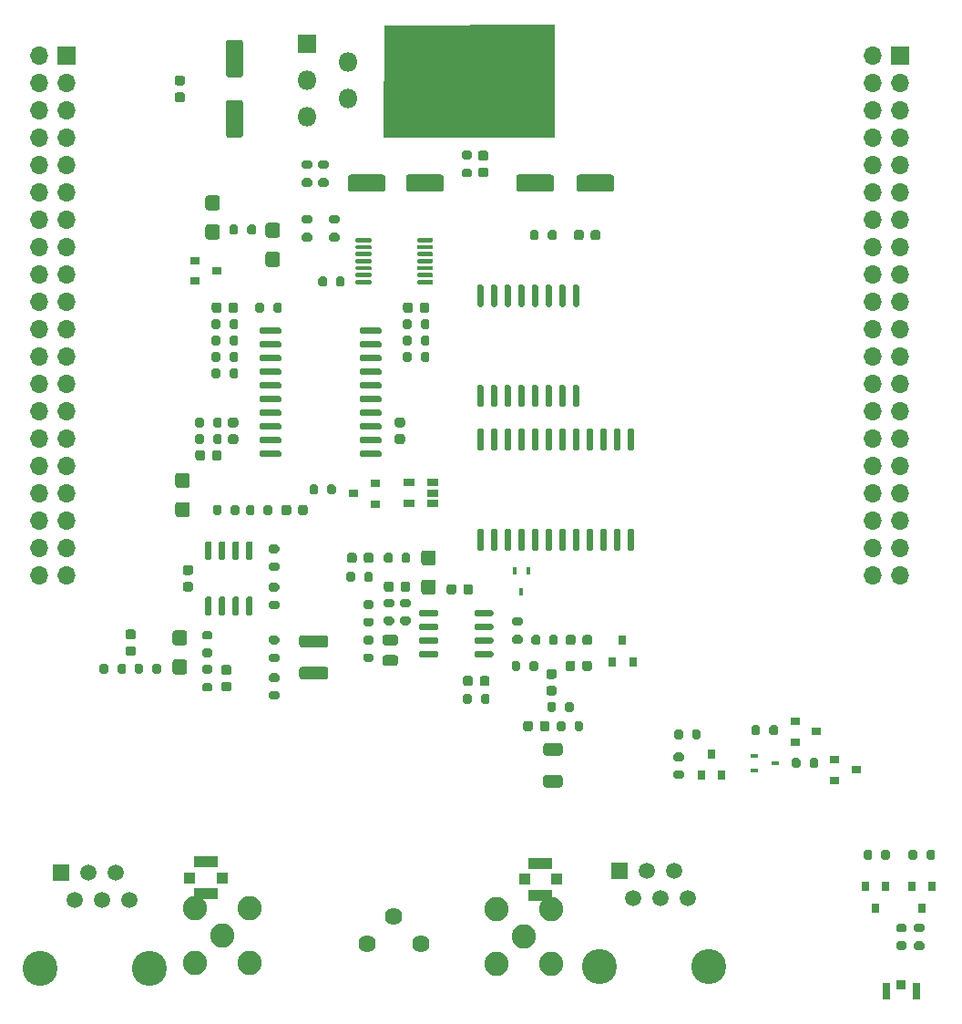
<source format=gts>
%TF.GenerationSoftware,KiCad,Pcbnew,5.99.0+really5.1.12+dfsg1-1~bpo11+1*%
%TF.CreationDate,2021-12-25T19:54:22+01:00*%
%TF.ProjectId,Audio IN_OUT,41756469-6f20-4494-9e5f-4f55542e6b69,rev?*%
%TF.SameCoordinates,Original*%
%TF.FileFunction,Soldermask,Top*%
%TF.FilePolarity,Negative*%
%FSLAX46Y46*%
G04 Gerber Fmt 4.6, Leading zero omitted, Abs format (unit mm)*
G04 Created by KiCad (PCBNEW 5.99.0+really5.1.12+dfsg1-1~bpo11+1) date 2021-12-25 19:54:22*
%MOMM*%
%LPD*%
G01*
G04 APERTURE LIST*
%ADD10C,0.100000*%
%ADD11R,0.900000X0.800000*%
%ADD12C,1.620000*%
%ADD13O,1.800000X1.800000*%
%ADD14R,1.800000X1.800000*%
%ADD15O,3.500000X3.500000*%
%ADD16O,1.700000X1.700000*%
%ADD17R,1.700000X1.700000*%
%ADD18R,1.520000X1.520000*%
%ADD19C,3.250000*%
%ADD20C,1.520000*%
%ADD21R,0.750000X1.500000*%
%ADD22R,0.900000X0.900000*%
%ADD23R,0.800000X0.900000*%
%ADD24R,1.060000X0.650000*%
%ADD25R,0.450000X0.700000*%
%ADD26R,0.700000X0.450000*%
%ADD27C,2.250000*%
%ADD28R,2.200000X1.050000*%
%ADD29R,1.000000X1.000000*%
G04 APERTURE END LIST*
D10*
G36*
X182499000Y-65913000D02*
G01*
X166624000Y-65913000D01*
X166751000Y-55626000D01*
X182499000Y-55499000D01*
X182499000Y-65913000D01*
G37*
X182499000Y-65913000D02*
X166624000Y-65913000D01*
X166751000Y-55626000D01*
X182499000Y-55499000D01*
X182499000Y-65913000D01*
%TO.C,C207*%
G36*
G01*
X181995000Y-115361000D02*
X182495000Y-115361000D01*
G75*
G02*
X182720000Y-115586000I0J-225000D01*
G01*
X182720000Y-116036000D01*
G75*
G02*
X182495000Y-116261000I-225000J0D01*
G01*
X181995000Y-116261000D01*
G75*
G02*
X181770000Y-116036000I0J225000D01*
G01*
X181770000Y-115586000D01*
G75*
G02*
X181995000Y-115361000I225000J0D01*
G01*
G37*
G36*
G01*
X181995000Y-116911000D02*
X182495000Y-116911000D01*
G75*
G02*
X182720000Y-117136000I0J-225000D01*
G01*
X182720000Y-117586000D01*
G75*
G02*
X182495000Y-117811000I-225000J0D01*
G01*
X181995000Y-117811000D01*
G75*
G02*
X181770000Y-117586000I0J225000D01*
G01*
X181770000Y-117136000D01*
G75*
G02*
X181995000Y-116911000I225000J0D01*
G01*
G37*
%TD*%
D11*
%TO.C,Q305*%
X165846000Y-100010000D03*
X165846000Y-98110000D03*
X163846000Y-99060000D03*
%TD*%
%TO.C,R3015*%
G36*
G01*
X152318000Y-74824000D02*
X152318000Y-74274000D01*
G75*
G02*
X152518000Y-74074000I200000J0D01*
G01*
X152918000Y-74074000D01*
G75*
G02*
X153118000Y-74274000I0J-200000D01*
G01*
X153118000Y-74824000D01*
G75*
G02*
X152918000Y-75024000I-200000J0D01*
G01*
X152518000Y-75024000D01*
G75*
G02*
X152318000Y-74824000I0J200000D01*
G01*
G37*
G36*
G01*
X153968000Y-74824000D02*
X153968000Y-74274000D01*
G75*
G02*
X154168000Y-74074000I200000J0D01*
G01*
X154568000Y-74074000D01*
G75*
G02*
X154768000Y-74274000I0J-200000D01*
G01*
X154768000Y-74824000D01*
G75*
G02*
X154568000Y-75024000I-200000J0D01*
G01*
X154168000Y-75024000D01*
G75*
G02*
X153968000Y-74824000I0J200000D01*
G01*
G37*
%TD*%
D12*
%TO.C,RV201*%
X165100000Y-140843000D03*
X167600000Y-138343000D03*
X170100000Y-140843000D03*
%TD*%
%TO.C,U202*%
G36*
G01*
X165515000Y-79320000D02*
X165515000Y-79520000D01*
G75*
G02*
X165415000Y-79620000I-100000J0D01*
G01*
X164140000Y-79620000D01*
G75*
G02*
X164040000Y-79520000I0J100000D01*
G01*
X164040000Y-79320000D01*
G75*
G02*
X164140000Y-79220000I100000J0D01*
G01*
X165415000Y-79220000D01*
G75*
G02*
X165515000Y-79320000I0J-100000D01*
G01*
G37*
G36*
G01*
X165515000Y-78670000D02*
X165515000Y-78870000D01*
G75*
G02*
X165415000Y-78970000I-100000J0D01*
G01*
X164140000Y-78970000D01*
G75*
G02*
X164040000Y-78870000I0J100000D01*
G01*
X164040000Y-78670000D01*
G75*
G02*
X164140000Y-78570000I100000J0D01*
G01*
X165415000Y-78570000D01*
G75*
G02*
X165515000Y-78670000I0J-100000D01*
G01*
G37*
G36*
G01*
X165515000Y-78020000D02*
X165515000Y-78220000D01*
G75*
G02*
X165415000Y-78320000I-100000J0D01*
G01*
X164140000Y-78320000D01*
G75*
G02*
X164040000Y-78220000I0J100000D01*
G01*
X164040000Y-78020000D01*
G75*
G02*
X164140000Y-77920000I100000J0D01*
G01*
X165415000Y-77920000D01*
G75*
G02*
X165515000Y-78020000I0J-100000D01*
G01*
G37*
G36*
G01*
X165515000Y-77370000D02*
X165515000Y-77570000D01*
G75*
G02*
X165415000Y-77670000I-100000J0D01*
G01*
X164140000Y-77670000D01*
G75*
G02*
X164040000Y-77570000I0J100000D01*
G01*
X164040000Y-77370000D01*
G75*
G02*
X164140000Y-77270000I100000J0D01*
G01*
X165415000Y-77270000D01*
G75*
G02*
X165515000Y-77370000I0J-100000D01*
G01*
G37*
G36*
G01*
X165515000Y-76720000D02*
X165515000Y-76920000D01*
G75*
G02*
X165415000Y-77020000I-100000J0D01*
G01*
X164140000Y-77020000D01*
G75*
G02*
X164040000Y-76920000I0J100000D01*
G01*
X164040000Y-76720000D01*
G75*
G02*
X164140000Y-76620000I100000J0D01*
G01*
X165415000Y-76620000D01*
G75*
G02*
X165515000Y-76720000I0J-100000D01*
G01*
G37*
G36*
G01*
X165515000Y-76070000D02*
X165515000Y-76270000D01*
G75*
G02*
X165415000Y-76370000I-100000J0D01*
G01*
X164140000Y-76370000D01*
G75*
G02*
X164040000Y-76270000I0J100000D01*
G01*
X164040000Y-76070000D01*
G75*
G02*
X164140000Y-75970000I100000J0D01*
G01*
X165415000Y-75970000D01*
G75*
G02*
X165515000Y-76070000I0J-100000D01*
G01*
G37*
G36*
G01*
X165515000Y-75420000D02*
X165515000Y-75620000D01*
G75*
G02*
X165415000Y-75720000I-100000J0D01*
G01*
X164140000Y-75720000D01*
G75*
G02*
X164040000Y-75620000I0J100000D01*
G01*
X164040000Y-75420000D01*
G75*
G02*
X164140000Y-75320000I100000J0D01*
G01*
X165415000Y-75320000D01*
G75*
G02*
X165515000Y-75420000I0J-100000D01*
G01*
G37*
G36*
G01*
X171240000Y-75420000D02*
X171240000Y-75620000D01*
G75*
G02*
X171140000Y-75720000I-100000J0D01*
G01*
X169865000Y-75720000D01*
G75*
G02*
X169765000Y-75620000I0J100000D01*
G01*
X169765000Y-75420000D01*
G75*
G02*
X169865000Y-75320000I100000J0D01*
G01*
X171140000Y-75320000D01*
G75*
G02*
X171240000Y-75420000I0J-100000D01*
G01*
G37*
G36*
G01*
X171240000Y-76070000D02*
X171240000Y-76270000D01*
G75*
G02*
X171140000Y-76370000I-100000J0D01*
G01*
X169865000Y-76370000D01*
G75*
G02*
X169765000Y-76270000I0J100000D01*
G01*
X169765000Y-76070000D01*
G75*
G02*
X169865000Y-75970000I100000J0D01*
G01*
X171140000Y-75970000D01*
G75*
G02*
X171240000Y-76070000I0J-100000D01*
G01*
G37*
G36*
G01*
X171240000Y-76720000D02*
X171240000Y-76920000D01*
G75*
G02*
X171140000Y-77020000I-100000J0D01*
G01*
X169865000Y-77020000D01*
G75*
G02*
X169765000Y-76920000I0J100000D01*
G01*
X169765000Y-76720000D01*
G75*
G02*
X169865000Y-76620000I100000J0D01*
G01*
X171140000Y-76620000D01*
G75*
G02*
X171240000Y-76720000I0J-100000D01*
G01*
G37*
G36*
G01*
X171240000Y-77370000D02*
X171240000Y-77570000D01*
G75*
G02*
X171140000Y-77670000I-100000J0D01*
G01*
X169865000Y-77670000D01*
G75*
G02*
X169765000Y-77570000I0J100000D01*
G01*
X169765000Y-77370000D01*
G75*
G02*
X169865000Y-77270000I100000J0D01*
G01*
X171140000Y-77270000D01*
G75*
G02*
X171240000Y-77370000I0J-100000D01*
G01*
G37*
G36*
G01*
X171240000Y-78020000D02*
X171240000Y-78220000D01*
G75*
G02*
X171140000Y-78320000I-100000J0D01*
G01*
X169865000Y-78320000D01*
G75*
G02*
X169765000Y-78220000I0J100000D01*
G01*
X169765000Y-78020000D01*
G75*
G02*
X169865000Y-77920000I100000J0D01*
G01*
X171140000Y-77920000D01*
G75*
G02*
X171240000Y-78020000I0J-100000D01*
G01*
G37*
G36*
G01*
X171240000Y-78670000D02*
X171240000Y-78870000D01*
G75*
G02*
X171140000Y-78970000I-100000J0D01*
G01*
X169865000Y-78970000D01*
G75*
G02*
X169765000Y-78870000I0J100000D01*
G01*
X169765000Y-78670000D01*
G75*
G02*
X169865000Y-78570000I100000J0D01*
G01*
X171140000Y-78570000D01*
G75*
G02*
X171240000Y-78670000I0J-100000D01*
G01*
G37*
G36*
G01*
X171240000Y-79320000D02*
X171240000Y-79520000D01*
G75*
G02*
X171140000Y-79620000I-100000J0D01*
G01*
X169865000Y-79620000D01*
G75*
G02*
X169765000Y-79520000I0J100000D01*
G01*
X169765000Y-79320000D01*
G75*
G02*
X169865000Y-79220000I100000J0D01*
G01*
X171140000Y-79220000D01*
G75*
G02*
X171240000Y-79320000I0J-100000D01*
G01*
G37*
%TD*%
%TO.C,R211*%
G36*
G01*
X162223000Y-79650000D02*
X162223000Y-79100000D01*
G75*
G02*
X162423000Y-78900000I200000J0D01*
G01*
X162823000Y-78900000D01*
G75*
G02*
X163023000Y-79100000I0J-200000D01*
G01*
X163023000Y-79650000D01*
G75*
G02*
X162823000Y-79850000I-200000J0D01*
G01*
X162423000Y-79850000D01*
G75*
G02*
X162223000Y-79650000I0J200000D01*
G01*
G37*
G36*
G01*
X160573000Y-79650000D02*
X160573000Y-79100000D01*
G75*
G02*
X160773000Y-78900000I200000J0D01*
G01*
X161173000Y-78900000D01*
G75*
G02*
X161373000Y-79100000I0J-200000D01*
G01*
X161373000Y-79650000D01*
G75*
G02*
X161173000Y-79850000I-200000J0D01*
G01*
X160773000Y-79850000D01*
G75*
G02*
X160573000Y-79650000I0J200000D01*
G01*
G37*
%TD*%
D13*
%TO.C,U3003*%
X159512000Y-64077000D03*
X163312000Y-62377000D03*
X159512000Y-60677000D03*
X163312000Y-58977000D03*
D14*
X159512000Y-57277000D03*
D15*
X179492000Y-60677000D03*
%TD*%
%TO.C,C3020*%
G36*
G01*
X150323999Y-71356000D02*
X151174001Y-71356000D01*
G75*
G02*
X151424000Y-71605999I0J-249999D01*
G01*
X151424000Y-72506001D01*
G75*
G02*
X151174001Y-72756000I-249999J0D01*
G01*
X150323999Y-72756000D01*
G75*
G02*
X150074000Y-72506001I0J249999D01*
G01*
X150074000Y-71605999D01*
G75*
G02*
X150323999Y-71356000I249999J0D01*
G01*
G37*
G36*
G01*
X150323999Y-74056000D02*
X151174001Y-74056000D01*
G75*
G02*
X151424000Y-74305999I0J-249999D01*
G01*
X151424000Y-75206001D01*
G75*
G02*
X151174001Y-75456000I-249999J0D01*
G01*
X150323999Y-75456000D01*
G75*
G02*
X150074000Y-75206001I0J249999D01*
G01*
X150074000Y-74305999D01*
G75*
G02*
X150323999Y-74056000I249999J0D01*
G01*
G37*
%TD*%
%TO.C,C3014*%
G36*
G01*
X172217000Y-69681000D02*
X172217000Y-70781000D01*
G75*
G02*
X171967000Y-71031000I-250000J0D01*
G01*
X168967000Y-71031000D01*
G75*
G02*
X168717000Y-70781000I0J250000D01*
G01*
X168717000Y-69681000D01*
G75*
G02*
X168967000Y-69431000I250000J0D01*
G01*
X171967000Y-69431000D01*
G75*
G02*
X172217000Y-69681000I0J-250000D01*
G01*
G37*
G36*
G01*
X166817000Y-69681000D02*
X166817000Y-70781000D01*
G75*
G02*
X166567000Y-71031000I-250000J0D01*
G01*
X163567000Y-71031000D01*
G75*
G02*
X163317000Y-70781000I0J250000D01*
G01*
X163317000Y-69681000D01*
G75*
G02*
X163567000Y-69431000I250000J0D01*
G01*
X166567000Y-69431000D01*
G75*
G02*
X166817000Y-69681000I0J-250000D01*
G01*
G37*
%TD*%
%TO.C,C3015*%
G36*
G01*
X175645000Y-67228000D02*
X176145000Y-67228000D01*
G75*
G02*
X176370000Y-67453000I0J-225000D01*
G01*
X176370000Y-67903000D01*
G75*
G02*
X176145000Y-68128000I-225000J0D01*
G01*
X175645000Y-68128000D01*
G75*
G02*
X175420000Y-67903000I0J225000D01*
G01*
X175420000Y-67453000D01*
G75*
G02*
X175645000Y-67228000I225000J0D01*
G01*
G37*
G36*
G01*
X175645000Y-68778000D02*
X176145000Y-68778000D01*
G75*
G02*
X176370000Y-69003000I0J-225000D01*
G01*
X176370000Y-69453000D01*
G75*
G02*
X176145000Y-69678000I-225000J0D01*
G01*
X175645000Y-69678000D01*
G75*
G02*
X175420000Y-69453000I0J225000D01*
G01*
X175420000Y-69003000D01*
G75*
G02*
X175645000Y-68778000I225000J0D01*
G01*
G37*
%TD*%
%TO.C,C3019*%
G36*
G01*
X185235000Y-74807000D02*
X185235000Y-75307000D01*
G75*
G02*
X185010000Y-75532000I-225000J0D01*
G01*
X184560000Y-75532000D01*
G75*
G02*
X184335000Y-75307000I0J225000D01*
G01*
X184335000Y-74807000D01*
G75*
G02*
X184560000Y-74582000I225000J0D01*
G01*
X185010000Y-74582000D01*
G75*
G02*
X185235000Y-74807000I0J-225000D01*
G01*
G37*
G36*
G01*
X186785000Y-74807000D02*
X186785000Y-75307000D01*
G75*
G02*
X186560000Y-75532000I-225000J0D01*
G01*
X186110000Y-75532000D01*
G75*
G02*
X185885000Y-75307000I0J225000D01*
G01*
X185885000Y-74807000D01*
G75*
G02*
X186110000Y-74582000I225000J0D01*
G01*
X186560000Y-74582000D01*
G75*
G02*
X186785000Y-74807000I0J-225000D01*
G01*
G37*
%TD*%
%TO.C,R3024*%
G36*
G01*
X181058000Y-74782000D02*
X181058000Y-75332000D01*
G75*
G02*
X180858000Y-75532000I-200000J0D01*
G01*
X180458000Y-75532000D01*
G75*
G02*
X180258000Y-75332000I0J200000D01*
G01*
X180258000Y-74782000D01*
G75*
G02*
X180458000Y-74582000I200000J0D01*
G01*
X180858000Y-74582000D01*
G75*
G02*
X181058000Y-74782000I0J-200000D01*
G01*
G37*
G36*
G01*
X182708000Y-74782000D02*
X182708000Y-75332000D01*
G75*
G02*
X182508000Y-75532000I-200000J0D01*
G01*
X182108000Y-75532000D01*
G75*
G02*
X181908000Y-75332000I0J200000D01*
G01*
X181908000Y-74782000D01*
G75*
G02*
X182108000Y-74582000I200000J0D01*
G01*
X182508000Y-74582000D01*
G75*
G02*
X182708000Y-74782000I0J-200000D01*
G01*
G37*
%TD*%
%TO.C,R3019*%
G36*
G01*
X174646000Y-69678000D02*
X174096000Y-69678000D01*
G75*
G02*
X173896000Y-69478000I0J200000D01*
G01*
X173896000Y-69078000D01*
G75*
G02*
X174096000Y-68878000I200000J0D01*
G01*
X174646000Y-68878000D01*
G75*
G02*
X174846000Y-69078000I0J-200000D01*
G01*
X174846000Y-69478000D01*
G75*
G02*
X174646000Y-69678000I-200000J0D01*
G01*
G37*
G36*
G01*
X174646000Y-68028000D02*
X174096000Y-68028000D01*
G75*
G02*
X173896000Y-67828000I0J200000D01*
G01*
X173896000Y-67428000D01*
G75*
G02*
X174096000Y-67228000I200000J0D01*
G01*
X174646000Y-67228000D01*
G75*
G02*
X174846000Y-67428000I0J-200000D01*
G01*
X174846000Y-67828000D01*
G75*
G02*
X174646000Y-68028000I-200000J0D01*
G01*
G37*
%TD*%
%TO.C,C3017*%
G36*
G01*
X178965000Y-70781000D02*
X178965000Y-69681000D01*
G75*
G02*
X179215000Y-69431000I250000J0D01*
G01*
X182215000Y-69431000D01*
G75*
G02*
X182465000Y-69681000I0J-250000D01*
G01*
X182465000Y-70781000D01*
G75*
G02*
X182215000Y-71031000I-250000J0D01*
G01*
X179215000Y-71031000D01*
G75*
G02*
X178965000Y-70781000I0J250000D01*
G01*
G37*
G36*
G01*
X184565000Y-70781000D02*
X184565000Y-69681000D01*
G75*
G02*
X184815000Y-69431000I250000J0D01*
G01*
X187815000Y-69431000D01*
G75*
G02*
X188065000Y-69681000I0J-250000D01*
G01*
X188065000Y-70781000D01*
G75*
G02*
X187815000Y-71031000I-250000J0D01*
G01*
X184815000Y-71031000D01*
G75*
G02*
X184565000Y-70781000I0J250000D01*
G01*
G37*
%TD*%
%TO.C,C3003*%
G36*
G01*
X148380001Y-98537000D02*
X147529999Y-98537000D01*
G75*
G02*
X147280000Y-98287001I0J249999D01*
G01*
X147280000Y-97386999D01*
G75*
G02*
X147529999Y-97137000I249999J0D01*
G01*
X148380001Y-97137000D01*
G75*
G02*
X148630000Y-97386999I0J-249999D01*
G01*
X148630000Y-98287001D01*
G75*
G02*
X148380001Y-98537000I-249999J0D01*
G01*
G37*
G36*
G01*
X148380001Y-101237000D02*
X147529999Y-101237000D01*
G75*
G02*
X147280000Y-100987001I0J249999D01*
G01*
X147280000Y-100086999D01*
G75*
G02*
X147529999Y-99837000I249999J0D01*
G01*
X148380001Y-99837000D01*
G75*
G02*
X148630000Y-100086999I0J-249999D01*
G01*
X148630000Y-100987001D01*
G75*
G02*
X148380001Y-101237000I-249999J0D01*
G01*
G37*
%TD*%
D16*
%TO.C,J1001*%
X212090000Y-106680000D03*
X214630000Y-106680000D03*
X212090000Y-104140000D03*
X214630000Y-104140000D03*
X212090000Y-101600000D03*
X214630000Y-101600000D03*
X212090000Y-99060000D03*
X214630000Y-99060000D03*
X212090000Y-96520000D03*
X214630000Y-96520000D03*
X212090000Y-93980000D03*
X214630000Y-93980000D03*
X212090000Y-91440000D03*
X214630000Y-91440000D03*
X212090000Y-88900000D03*
X214630000Y-88900000D03*
X212090000Y-86360000D03*
X214630000Y-86360000D03*
X212090000Y-83820000D03*
X214630000Y-83820000D03*
X212090000Y-81280000D03*
X214630000Y-81280000D03*
X212090000Y-78740000D03*
X214630000Y-78740000D03*
X212090000Y-76200000D03*
X214630000Y-76200000D03*
X212090000Y-73660000D03*
X214630000Y-73660000D03*
X212090000Y-71120000D03*
X214630000Y-71120000D03*
X212090000Y-68580000D03*
X214630000Y-68580000D03*
X212090000Y-66040000D03*
X214630000Y-66040000D03*
X212090000Y-63500000D03*
X214630000Y-63500000D03*
X212090000Y-60960000D03*
X214630000Y-60960000D03*
X212090000Y-58420000D03*
D17*
X214630000Y-58420000D03*
%TD*%
%TO.C,J1002*%
X137160000Y-58420000D03*
D16*
X134620000Y-58420000D03*
X137160000Y-60960000D03*
X134620000Y-60960000D03*
X137160000Y-63500000D03*
X134620000Y-63500000D03*
X137160000Y-66040000D03*
X134620000Y-66040000D03*
X137160000Y-68580000D03*
X134620000Y-68580000D03*
X137160000Y-71120000D03*
X134620000Y-71120000D03*
X137160000Y-73660000D03*
X134620000Y-73660000D03*
X137160000Y-76200000D03*
X134620000Y-76200000D03*
X137160000Y-78740000D03*
X134620000Y-78740000D03*
X137160000Y-81280000D03*
X134620000Y-81280000D03*
X137160000Y-83820000D03*
X134620000Y-83820000D03*
X137160000Y-86360000D03*
X134620000Y-86360000D03*
X137160000Y-88900000D03*
X134620000Y-88900000D03*
X137160000Y-91440000D03*
X134620000Y-91440000D03*
X137160000Y-93980000D03*
X134620000Y-93980000D03*
X137160000Y-96520000D03*
X134620000Y-96520000D03*
X137160000Y-99060000D03*
X134620000Y-99060000D03*
X137160000Y-101600000D03*
X134620000Y-101600000D03*
X137160000Y-104140000D03*
X134620000Y-104140000D03*
X137160000Y-106680000D03*
X134620000Y-106680000D03*
%TD*%
%TO.C,C3001*%
G36*
G01*
X148213000Y-107259000D02*
X148713000Y-107259000D01*
G75*
G02*
X148938000Y-107484000I0J-225000D01*
G01*
X148938000Y-107934000D01*
G75*
G02*
X148713000Y-108159000I-225000J0D01*
G01*
X148213000Y-108159000D01*
G75*
G02*
X147988000Y-107934000I0J225000D01*
G01*
X147988000Y-107484000D01*
G75*
G02*
X148213000Y-107259000I225000J0D01*
G01*
G37*
G36*
G01*
X148213000Y-105709000D02*
X148713000Y-105709000D01*
G75*
G02*
X148938000Y-105934000I0J-225000D01*
G01*
X148938000Y-106384000D01*
G75*
G02*
X148713000Y-106609000I-225000J0D01*
G01*
X148213000Y-106609000D01*
G75*
G02*
X147988000Y-106384000I0J225000D01*
G01*
X147988000Y-105934000D01*
G75*
G02*
X148213000Y-105709000I225000J0D01*
G01*
G37*
%TD*%
%TO.C,C3002*%
G36*
G01*
X158694000Y-100834000D02*
X158694000Y-100334000D01*
G75*
G02*
X158919000Y-100109000I225000J0D01*
G01*
X159369000Y-100109000D01*
G75*
G02*
X159594000Y-100334000I0J-225000D01*
G01*
X159594000Y-100834000D01*
G75*
G02*
X159369000Y-101059000I-225000J0D01*
G01*
X158919000Y-101059000D01*
G75*
G02*
X158694000Y-100834000I0J225000D01*
G01*
G37*
G36*
G01*
X157144000Y-100834000D02*
X157144000Y-100334000D01*
G75*
G02*
X157369000Y-100109000I225000J0D01*
G01*
X157819000Y-100109000D01*
G75*
G02*
X158044000Y-100334000I0J-225000D01*
G01*
X158044000Y-100834000D01*
G75*
G02*
X157819000Y-101059000I-225000J0D01*
G01*
X157369000Y-101059000D01*
G75*
G02*
X157144000Y-100834000I0J225000D01*
G01*
G37*
%TD*%
%TO.C,C3004*%
G36*
G01*
X150043000Y-95254000D02*
X150043000Y-95754000D01*
G75*
G02*
X149818000Y-95979000I-225000J0D01*
G01*
X149368000Y-95979000D01*
G75*
G02*
X149143000Y-95754000I0J225000D01*
G01*
X149143000Y-95254000D01*
G75*
G02*
X149368000Y-95029000I225000J0D01*
G01*
X149818000Y-95029000D01*
G75*
G02*
X150043000Y-95254000I0J-225000D01*
G01*
G37*
G36*
G01*
X151593000Y-95254000D02*
X151593000Y-95754000D01*
G75*
G02*
X151368000Y-95979000I-225000J0D01*
G01*
X150918000Y-95979000D01*
G75*
G02*
X150693000Y-95754000I0J225000D01*
G01*
X150693000Y-95254000D01*
G75*
G02*
X150918000Y-95029000I225000J0D01*
G01*
X151368000Y-95029000D01*
G75*
G02*
X151593000Y-95254000I0J-225000D01*
G01*
G37*
%TD*%
%TO.C,C3005*%
G36*
G01*
X152404000Y-92006000D02*
X152904000Y-92006000D01*
G75*
G02*
X153129000Y-92231000I0J-225000D01*
G01*
X153129000Y-92681000D01*
G75*
G02*
X152904000Y-92906000I-225000J0D01*
G01*
X152404000Y-92906000D01*
G75*
G02*
X152179000Y-92681000I0J225000D01*
G01*
X152179000Y-92231000D01*
G75*
G02*
X152404000Y-92006000I225000J0D01*
G01*
G37*
G36*
G01*
X152404000Y-93556000D02*
X152904000Y-93556000D01*
G75*
G02*
X153129000Y-93781000I0J-225000D01*
G01*
X153129000Y-94231000D01*
G75*
G02*
X152904000Y-94456000I-225000J0D01*
G01*
X152404000Y-94456000D01*
G75*
G02*
X152179000Y-94231000I0J225000D01*
G01*
X152179000Y-93781000D01*
G75*
G02*
X152404000Y-93556000I225000J0D01*
G01*
G37*
%TD*%
%TO.C,C3006*%
G36*
G01*
X153117000Y-81538000D02*
X153117000Y-82038000D01*
G75*
G02*
X152892000Y-82263000I-225000J0D01*
G01*
X152442000Y-82263000D01*
G75*
G02*
X152217000Y-82038000I0J225000D01*
G01*
X152217000Y-81538000D01*
G75*
G02*
X152442000Y-81313000I225000J0D01*
G01*
X152892000Y-81313000D01*
G75*
G02*
X153117000Y-81538000I0J-225000D01*
G01*
G37*
G36*
G01*
X151567000Y-81538000D02*
X151567000Y-82038000D01*
G75*
G02*
X151342000Y-82263000I-225000J0D01*
G01*
X150892000Y-82263000D01*
G75*
G02*
X150667000Y-82038000I0J225000D01*
G01*
X150667000Y-81538000D01*
G75*
G02*
X150892000Y-81313000I225000J0D01*
G01*
X151342000Y-81313000D01*
G75*
G02*
X151567000Y-81538000I0J-225000D01*
G01*
G37*
%TD*%
%TO.C,C3007*%
G36*
G01*
X169347000Y-81538000D02*
X169347000Y-82038000D01*
G75*
G02*
X169122000Y-82263000I-225000J0D01*
G01*
X168672000Y-82263000D01*
G75*
G02*
X168447000Y-82038000I0J225000D01*
G01*
X168447000Y-81538000D01*
G75*
G02*
X168672000Y-81313000I225000J0D01*
G01*
X169122000Y-81313000D01*
G75*
G02*
X169347000Y-81538000I0J-225000D01*
G01*
G37*
G36*
G01*
X170897000Y-81538000D02*
X170897000Y-82038000D01*
G75*
G02*
X170672000Y-82263000I-225000J0D01*
G01*
X170222000Y-82263000D01*
G75*
G02*
X169997000Y-82038000I0J225000D01*
G01*
X169997000Y-81538000D01*
G75*
G02*
X170222000Y-81313000I225000J0D01*
G01*
X170672000Y-81313000D01*
G75*
G02*
X170897000Y-81538000I0J-225000D01*
G01*
G37*
%TD*%
%TO.C,C3008*%
G36*
G01*
X167898000Y-91993000D02*
X168398000Y-91993000D01*
G75*
G02*
X168623000Y-92218000I0J-225000D01*
G01*
X168623000Y-92668000D01*
G75*
G02*
X168398000Y-92893000I-225000J0D01*
G01*
X167898000Y-92893000D01*
G75*
G02*
X167673000Y-92668000I0J225000D01*
G01*
X167673000Y-92218000D01*
G75*
G02*
X167898000Y-91993000I225000J0D01*
G01*
G37*
G36*
G01*
X167898000Y-93543000D02*
X168398000Y-93543000D01*
G75*
G02*
X168623000Y-93768000I0J-225000D01*
G01*
X168623000Y-94218000D01*
G75*
G02*
X168398000Y-94443000I-225000J0D01*
G01*
X167898000Y-94443000D01*
G75*
G02*
X167673000Y-94218000I0J225000D01*
G01*
X167673000Y-93768000D01*
G75*
G02*
X167898000Y-93543000I225000J0D01*
G01*
G37*
%TD*%
%TO.C,C3009*%
G36*
G01*
X152269000Y-117430000D02*
X151769000Y-117430000D01*
G75*
G02*
X151544000Y-117205000I0J225000D01*
G01*
X151544000Y-116755000D01*
G75*
G02*
X151769000Y-116530000I225000J0D01*
G01*
X152269000Y-116530000D01*
G75*
G02*
X152494000Y-116755000I0J-225000D01*
G01*
X152494000Y-117205000D01*
G75*
G02*
X152269000Y-117430000I-225000J0D01*
G01*
G37*
G36*
G01*
X152269000Y-115880000D02*
X151769000Y-115880000D01*
G75*
G02*
X151544000Y-115655000I0J225000D01*
G01*
X151544000Y-115205000D01*
G75*
G02*
X151769000Y-114980000I225000J0D01*
G01*
X152269000Y-114980000D01*
G75*
G02*
X152494000Y-115205000I0J-225000D01*
G01*
X152494000Y-115655000D01*
G75*
G02*
X152269000Y-115880000I-225000J0D01*
G01*
G37*
%TD*%
%TO.C,C3011*%
G36*
G01*
X147951000Y-62706000D02*
X147451000Y-62706000D01*
G75*
G02*
X147226000Y-62481000I0J225000D01*
G01*
X147226000Y-62031000D01*
G75*
G02*
X147451000Y-61806000I225000J0D01*
G01*
X147951000Y-61806000D01*
G75*
G02*
X148176000Y-62031000I0J-225000D01*
G01*
X148176000Y-62481000D01*
G75*
G02*
X147951000Y-62706000I-225000J0D01*
G01*
G37*
G36*
G01*
X147951000Y-61156000D02*
X147451000Y-61156000D01*
G75*
G02*
X147226000Y-60931000I0J225000D01*
G01*
X147226000Y-60481000D01*
G75*
G02*
X147451000Y-60256000I225000J0D01*
G01*
X147951000Y-60256000D01*
G75*
G02*
X148176000Y-60481000I0J-225000D01*
G01*
X148176000Y-60931000D01*
G75*
G02*
X147951000Y-61156000I-225000J0D01*
G01*
G37*
%TD*%
%TO.C,C3018*%
G36*
G01*
X143379000Y-112578000D02*
X142879000Y-112578000D01*
G75*
G02*
X142654000Y-112353000I0J225000D01*
G01*
X142654000Y-111903000D01*
G75*
G02*
X142879000Y-111678000I225000J0D01*
G01*
X143379000Y-111678000D01*
G75*
G02*
X143604000Y-111903000I0J-225000D01*
G01*
X143604000Y-112353000D01*
G75*
G02*
X143379000Y-112578000I-225000J0D01*
G01*
G37*
G36*
G01*
X143379000Y-114128000D02*
X142879000Y-114128000D01*
G75*
G02*
X142654000Y-113903000I0J225000D01*
G01*
X142654000Y-113453000D01*
G75*
G02*
X142879000Y-113228000I225000J0D01*
G01*
X143379000Y-113228000D01*
G75*
G02*
X143604000Y-113453000I0J-225000D01*
G01*
X143604000Y-113903000D01*
G75*
G02*
X143379000Y-114128000I-225000J0D01*
G01*
G37*
%TD*%
D11*
%TO.C,Q3001*%
X149114000Y-77409000D03*
X149114000Y-79309000D03*
X151114000Y-78359000D03*
%TD*%
D18*
%TO.C,J1003*%
X188595000Y-134112000D03*
D19*
X186685000Y-143002000D03*
D20*
X189865000Y-136652000D03*
X191135000Y-134112000D03*
X192405000Y-136652000D03*
X193675000Y-134112000D03*
X194945000Y-136652000D03*
D19*
X196845000Y-143002000D03*
%TD*%
%TO.C,J1004*%
X144902000Y-143129000D03*
D20*
X143002000Y-136779000D03*
X141732000Y-134239000D03*
X140462000Y-136779000D03*
X139192000Y-134239000D03*
X137922000Y-136779000D03*
D19*
X134742000Y-143129000D03*
D18*
X136652000Y-134239000D03*
%TD*%
%TO.C,R3007*%
G36*
G01*
X153117000Y-87609000D02*
X153117000Y-88159000D01*
G75*
G02*
X152917000Y-88359000I-200000J0D01*
G01*
X152517000Y-88359000D01*
G75*
G02*
X152317000Y-88159000I0J200000D01*
G01*
X152317000Y-87609000D01*
G75*
G02*
X152517000Y-87409000I200000J0D01*
G01*
X152917000Y-87409000D01*
G75*
G02*
X153117000Y-87609000I0J-200000D01*
G01*
G37*
G36*
G01*
X151467000Y-87609000D02*
X151467000Y-88159000D01*
G75*
G02*
X151267000Y-88359000I-200000J0D01*
G01*
X150867000Y-88359000D01*
G75*
G02*
X150667000Y-88159000I0J200000D01*
G01*
X150667000Y-87609000D01*
G75*
G02*
X150867000Y-87409000I200000J0D01*
G01*
X151267000Y-87409000D01*
G75*
G02*
X151467000Y-87609000I0J-200000D01*
G01*
G37*
%TD*%
%TO.C,R3008*%
G36*
G01*
X151467000Y-83037000D02*
X151467000Y-83587000D01*
G75*
G02*
X151267000Y-83787000I-200000J0D01*
G01*
X150867000Y-83787000D01*
G75*
G02*
X150667000Y-83587000I0J200000D01*
G01*
X150667000Y-83037000D01*
G75*
G02*
X150867000Y-82837000I200000J0D01*
G01*
X151267000Y-82837000D01*
G75*
G02*
X151467000Y-83037000I0J-200000D01*
G01*
G37*
G36*
G01*
X153117000Y-83037000D02*
X153117000Y-83587000D01*
G75*
G02*
X152917000Y-83787000I-200000J0D01*
G01*
X152517000Y-83787000D01*
G75*
G02*
X152317000Y-83587000I0J200000D01*
G01*
X152317000Y-83037000D01*
G75*
G02*
X152517000Y-82837000I200000J0D01*
G01*
X152917000Y-82837000D01*
G75*
G02*
X153117000Y-83037000I0J-200000D01*
G01*
G37*
%TD*%
%TO.C,R3009*%
G36*
G01*
X151467000Y-84561000D02*
X151467000Y-85111000D01*
G75*
G02*
X151267000Y-85311000I-200000J0D01*
G01*
X150867000Y-85311000D01*
G75*
G02*
X150667000Y-85111000I0J200000D01*
G01*
X150667000Y-84561000D01*
G75*
G02*
X150867000Y-84361000I200000J0D01*
G01*
X151267000Y-84361000D01*
G75*
G02*
X151467000Y-84561000I0J-200000D01*
G01*
G37*
G36*
G01*
X153117000Y-84561000D02*
X153117000Y-85111000D01*
G75*
G02*
X152917000Y-85311000I-200000J0D01*
G01*
X152517000Y-85311000D01*
G75*
G02*
X152317000Y-85111000I0J200000D01*
G01*
X152317000Y-84561000D01*
G75*
G02*
X152517000Y-84361000I200000J0D01*
G01*
X152917000Y-84361000D01*
G75*
G02*
X153117000Y-84561000I0J-200000D01*
G01*
G37*
%TD*%
%TO.C,R3010*%
G36*
G01*
X153117000Y-86085000D02*
X153117000Y-86635000D01*
G75*
G02*
X152917000Y-86835000I-200000J0D01*
G01*
X152517000Y-86835000D01*
G75*
G02*
X152317000Y-86635000I0J200000D01*
G01*
X152317000Y-86085000D01*
G75*
G02*
X152517000Y-85885000I200000J0D01*
G01*
X152917000Y-85885000D01*
G75*
G02*
X153117000Y-86085000I0J-200000D01*
G01*
G37*
G36*
G01*
X151467000Y-86085000D02*
X151467000Y-86635000D01*
G75*
G02*
X151267000Y-86835000I-200000J0D01*
G01*
X150867000Y-86835000D01*
G75*
G02*
X150667000Y-86635000I0J200000D01*
G01*
X150667000Y-86085000D01*
G75*
G02*
X150867000Y-85885000I200000J0D01*
G01*
X151267000Y-85885000D01*
G75*
G02*
X151467000Y-86085000I0J-200000D01*
G01*
G37*
%TD*%
%TO.C,R3011*%
G36*
G01*
X170897000Y-83037000D02*
X170897000Y-83587000D01*
G75*
G02*
X170697000Y-83787000I-200000J0D01*
G01*
X170297000Y-83787000D01*
G75*
G02*
X170097000Y-83587000I0J200000D01*
G01*
X170097000Y-83037000D01*
G75*
G02*
X170297000Y-82837000I200000J0D01*
G01*
X170697000Y-82837000D01*
G75*
G02*
X170897000Y-83037000I0J-200000D01*
G01*
G37*
G36*
G01*
X169247000Y-83037000D02*
X169247000Y-83587000D01*
G75*
G02*
X169047000Y-83787000I-200000J0D01*
G01*
X168647000Y-83787000D01*
G75*
G02*
X168447000Y-83587000I0J200000D01*
G01*
X168447000Y-83037000D01*
G75*
G02*
X168647000Y-82837000I200000J0D01*
G01*
X169047000Y-82837000D01*
G75*
G02*
X169247000Y-83037000I0J-200000D01*
G01*
G37*
%TD*%
%TO.C,R3012*%
G36*
G01*
X170897000Y-84561000D02*
X170897000Y-85111000D01*
G75*
G02*
X170697000Y-85311000I-200000J0D01*
G01*
X170297000Y-85311000D01*
G75*
G02*
X170097000Y-85111000I0J200000D01*
G01*
X170097000Y-84561000D01*
G75*
G02*
X170297000Y-84361000I200000J0D01*
G01*
X170697000Y-84361000D01*
G75*
G02*
X170897000Y-84561000I0J-200000D01*
G01*
G37*
G36*
G01*
X169247000Y-84561000D02*
X169247000Y-85111000D01*
G75*
G02*
X169047000Y-85311000I-200000J0D01*
G01*
X168647000Y-85311000D01*
G75*
G02*
X168447000Y-85111000I0J200000D01*
G01*
X168447000Y-84561000D01*
G75*
G02*
X168647000Y-84361000I200000J0D01*
G01*
X169047000Y-84361000D01*
G75*
G02*
X169247000Y-84561000I0J-200000D01*
G01*
G37*
%TD*%
%TO.C,R3013*%
G36*
G01*
X169247000Y-86085000D02*
X169247000Y-86635000D01*
G75*
G02*
X169047000Y-86835000I-200000J0D01*
G01*
X168647000Y-86835000D01*
G75*
G02*
X168447000Y-86635000I0J200000D01*
G01*
X168447000Y-86085000D01*
G75*
G02*
X168647000Y-85885000I200000J0D01*
G01*
X169047000Y-85885000D01*
G75*
G02*
X169247000Y-86085000I0J-200000D01*
G01*
G37*
G36*
G01*
X170897000Y-86085000D02*
X170897000Y-86635000D01*
G75*
G02*
X170697000Y-86835000I-200000J0D01*
G01*
X170297000Y-86835000D01*
G75*
G02*
X170097000Y-86635000I0J200000D01*
G01*
X170097000Y-86085000D01*
G75*
G02*
X170297000Y-85885000I200000J0D01*
G01*
X170697000Y-85885000D01*
G75*
G02*
X170897000Y-86085000I0J-200000D01*
G01*
G37*
%TD*%
%TO.C,R3014*%
G36*
G01*
X156381000Y-82063000D02*
X156381000Y-81513000D01*
G75*
G02*
X156581000Y-81313000I200000J0D01*
G01*
X156981000Y-81313000D01*
G75*
G02*
X157181000Y-81513000I0J-200000D01*
G01*
X157181000Y-82063000D01*
G75*
G02*
X156981000Y-82263000I-200000J0D01*
G01*
X156581000Y-82263000D01*
G75*
G02*
X156381000Y-82063000I0J200000D01*
G01*
G37*
G36*
G01*
X154731000Y-82063000D02*
X154731000Y-81513000D01*
G75*
G02*
X154931000Y-81313000I200000J0D01*
G01*
X155331000Y-81313000D01*
G75*
G02*
X155531000Y-81513000I0J-200000D01*
G01*
X155531000Y-82063000D01*
G75*
G02*
X155331000Y-82263000I-200000J0D01*
G01*
X154931000Y-82263000D01*
G75*
G02*
X154731000Y-82063000I0J200000D01*
G01*
G37*
%TD*%
%TO.C,R3016*%
G36*
G01*
X156739000Y-114699000D02*
X156189000Y-114699000D01*
G75*
G02*
X155989000Y-114499000I0J200000D01*
G01*
X155989000Y-114099000D01*
G75*
G02*
X156189000Y-113899000I200000J0D01*
G01*
X156739000Y-113899000D01*
G75*
G02*
X156939000Y-114099000I0J-200000D01*
G01*
X156939000Y-114499000D01*
G75*
G02*
X156739000Y-114699000I-200000J0D01*
G01*
G37*
G36*
G01*
X156739000Y-113049000D02*
X156189000Y-113049000D01*
G75*
G02*
X155989000Y-112849000I0J200000D01*
G01*
X155989000Y-112449000D01*
G75*
G02*
X156189000Y-112249000I200000J0D01*
G01*
X156739000Y-112249000D01*
G75*
G02*
X156939000Y-112449000I0J-200000D01*
G01*
X156939000Y-112849000D01*
G75*
G02*
X156739000Y-113049000I-200000J0D01*
G01*
G37*
%TD*%
%TO.C,R3017*%
G36*
G01*
X149966000Y-116630000D02*
X150516000Y-116630000D01*
G75*
G02*
X150716000Y-116830000I0J-200000D01*
G01*
X150716000Y-117230000D01*
G75*
G02*
X150516000Y-117430000I-200000J0D01*
G01*
X149966000Y-117430000D01*
G75*
G02*
X149766000Y-117230000I0J200000D01*
G01*
X149766000Y-116830000D01*
G75*
G02*
X149966000Y-116630000I200000J0D01*
G01*
G37*
G36*
G01*
X149966000Y-114980000D02*
X150516000Y-114980000D01*
G75*
G02*
X150716000Y-115180000I0J-200000D01*
G01*
X150716000Y-115580000D01*
G75*
G02*
X150516000Y-115780000I-200000J0D01*
G01*
X149966000Y-115780000D01*
G75*
G02*
X149766000Y-115580000I0J200000D01*
G01*
X149766000Y-115180000D01*
G75*
G02*
X149966000Y-114980000I200000J0D01*
G01*
G37*
%TD*%
%TO.C,R3018*%
G36*
G01*
X156739000Y-116542000D02*
X156189000Y-116542000D01*
G75*
G02*
X155989000Y-116342000I0J200000D01*
G01*
X155989000Y-115942000D01*
G75*
G02*
X156189000Y-115742000I200000J0D01*
G01*
X156739000Y-115742000D01*
G75*
G02*
X156939000Y-115942000I0J-200000D01*
G01*
X156939000Y-116342000D01*
G75*
G02*
X156739000Y-116542000I-200000J0D01*
G01*
G37*
G36*
G01*
X156739000Y-118192000D02*
X156189000Y-118192000D01*
G75*
G02*
X155989000Y-117992000I0J200000D01*
G01*
X155989000Y-117592000D01*
G75*
G02*
X156189000Y-117392000I200000J0D01*
G01*
X156739000Y-117392000D01*
G75*
G02*
X156939000Y-117592000I0J-200000D01*
G01*
X156939000Y-117992000D01*
G75*
G02*
X156739000Y-118192000I-200000J0D01*
G01*
G37*
%TD*%
%TO.C,R3020*%
G36*
G01*
X149966000Y-111805000D02*
X150516000Y-111805000D01*
G75*
G02*
X150716000Y-112005000I0J-200000D01*
G01*
X150716000Y-112405000D01*
G75*
G02*
X150516000Y-112605000I-200000J0D01*
G01*
X149966000Y-112605000D01*
G75*
G02*
X149766000Y-112405000I0J200000D01*
G01*
X149766000Y-112005000D01*
G75*
G02*
X149966000Y-111805000I200000J0D01*
G01*
G37*
G36*
G01*
X149966000Y-113455000D02*
X150516000Y-113455000D01*
G75*
G02*
X150716000Y-113655000I0J-200000D01*
G01*
X150716000Y-114055000D01*
G75*
G02*
X150516000Y-114255000I-200000J0D01*
G01*
X149966000Y-114255000D01*
G75*
G02*
X149766000Y-114055000I0J200000D01*
G01*
X149766000Y-113655000D01*
G75*
G02*
X149966000Y-113455000I200000J0D01*
G01*
G37*
%TD*%
%TO.C,R3021*%
G36*
G01*
X160761000Y-69767000D02*
X161311000Y-69767000D01*
G75*
G02*
X161511000Y-69967000I0J-200000D01*
G01*
X161511000Y-70367000D01*
G75*
G02*
X161311000Y-70567000I-200000J0D01*
G01*
X160761000Y-70567000D01*
G75*
G02*
X160561000Y-70367000I0J200000D01*
G01*
X160561000Y-69967000D01*
G75*
G02*
X160761000Y-69767000I200000J0D01*
G01*
G37*
G36*
G01*
X160761000Y-68117000D02*
X161311000Y-68117000D01*
G75*
G02*
X161511000Y-68317000I0J-200000D01*
G01*
X161511000Y-68717000D01*
G75*
G02*
X161311000Y-68917000I-200000J0D01*
G01*
X160761000Y-68917000D01*
G75*
G02*
X160561000Y-68717000I0J200000D01*
G01*
X160561000Y-68317000D01*
G75*
G02*
X160761000Y-68117000I200000J0D01*
G01*
G37*
%TD*%
%TO.C,R3022*%
G36*
G01*
X159787000Y-70567000D02*
X159237000Y-70567000D01*
G75*
G02*
X159037000Y-70367000I0J200000D01*
G01*
X159037000Y-69967000D01*
G75*
G02*
X159237000Y-69767000I200000J0D01*
G01*
X159787000Y-69767000D01*
G75*
G02*
X159987000Y-69967000I0J-200000D01*
G01*
X159987000Y-70367000D01*
G75*
G02*
X159787000Y-70567000I-200000J0D01*
G01*
G37*
G36*
G01*
X159787000Y-68917000D02*
X159237000Y-68917000D01*
G75*
G02*
X159037000Y-68717000I0J200000D01*
G01*
X159037000Y-68317000D01*
G75*
G02*
X159237000Y-68117000I200000J0D01*
G01*
X159787000Y-68117000D01*
G75*
G02*
X159987000Y-68317000I0J-200000D01*
G01*
X159987000Y-68717000D01*
G75*
G02*
X159787000Y-68917000I-200000J0D01*
G01*
G37*
%TD*%
%TO.C,R3023*%
G36*
G01*
X143491000Y-115591000D02*
X143491000Y-115041000D01*
G75*
G02*
X143691000Y-114841000I200000J0D01*
G01*
X144091000Y-114841000D01*
G75*
G02*
X144291000Y-115041000I0J-200000D01*
G01*
X144291000Y-115591000D01*
G75*
G02*
X144091000Y-115791000I-200000J0D01*
G01*
X143691000Y-115791000D01*
G75*
G02*
X143491000Y-115591000I0J200000D01*
G01*
G37*
G36*
G01*
X145141000Y-115591000D02*
X145141000Y-115041000D01*
G75*
G02*
X145341000Y-114841000I200000J0D01*
G01*
X145741000Y-114841000D01*
G75*
G02*
X145941000Y-115041000I0J-200000D01*
G01*
X145941000Y-115591000D01*
G75*
G02*
X145741000Y-115791000I-200000J0D01*
G01*
X145341000Y-115791000D01*
G75*
G02*
X145141000Y-115591000I0J200000D01*
G01*
G37*
%TD*%
%TO.C,R3025*%
G36*
G01*
X141903000Y-115591000D02*
X141903000Y-115041000D01*
G75*
G02*
X142103000Y-114841000I200000J0D01*
G01*
X142503000Y-114841000D01*
G75*
G02*
X142703000Y-115041000I0J-200000D01*
G01*
X142703000Y-115591000D01*
G75*
G02*
X142503000Y-115791000I-200000J0D01*
G01*
X142103000Y-115791000D01*
G75*
G02*
X141903000Y-115591000I0J200000D01*
G01*
G37*
G36*
G01*
X140253000Y-115591000D02*
X140253000Y-115041000D01*
G75*
G02*
X140453000Y-114841000I200000J0D01*
G01*
X140853000Y-114841000D01*
G75*
G02*
X141053000Y-115041000I0J-200000D01*
G01*
X141053000Y-115591000D01*
G75*
G02*
X140853000Y-115791000I-200000J0D01*
G01*
X140453000Y-115791000D01*
G75*
G02*
X140253000Y-115591000I0J200000D01*
G01*
G37*
%TD*%
%TO.C,U3001*%
G36*
G01*
X150518000Y-110384000D02*
X150218000Y-110384000D01*
G75*
G02*
X150068000Y-110234000I0J150000D01*
G01*
X150068000Y-108784000D01*
G75*
G02*
X150218000Y-108634000I150000J0D01*
G01*
X150518000Y-108634000D01*
G75*
G02*
X150668000Y-108784000I0J-150000D01*
G01*
X150668000Y-110234000D01*
G75*
G02*
X150518000Y-110384000I-150000J0D01*
G01*
G37*
G36*
G01*
X151788000Y-110384000D02*
X151488000Y-110384000D01*
G75*
G02*
X151338000Y-110234000I0J150000D01*
G01*
X151338000Y-108784000D01*
G75*
G02*
X151488000Y-108634000I150000J0D01*
G01*
X151788000Y-108634000D01*
G75*
G02*
X151938000Y-108784000I0J-150000D01*
G01*
X151938000Y-110234000D01*
G75*
G02*
X151788000Y-110384000I-150000J0D01*
G01*
G37*
G36*
G01*
X153058000Y-110384000D02*
X152758000Y-110384000D01*
G75*
G02*
X152608000Y-110234000I0J150000D01*
G01*
X152608000Y-108784000D01*
G75*
G02*
X152758000Y-108634000I150000J0D01*
G01*
X153058000Y-108634000D01*
G75*
G02*
X153208000Y-108784000I0J-150000D01*
G01*
X153208000Y-110234000D01*
G75*
G02*
X153058000Y-110384000I-150000J0D01*
G01*
G37*
G36*
G01*
X154328000Y-110384000D02*
X154028000Y-110384000D01*
G75*
G02*
X153878000Y-110234000I0J150000D01*
G01*
X153878000Y-108784000D01*
G75*
G02*
X154028000Y-108634000I150000J0D01*
G01*
X154328000Y-108634000D01*
G75*
G02*
X154478000Y-108784000I0J-150000D01*
G01*
X154478000Y-110234000D01*
G75*
G02*
X154328000Y-110384000I-150000J0D01*
G01*
G37*
G36*
G01*
X154328000Y-105234000D02*
X154028000Y-105234000D01*
G75*
G02*
X153878000Y-105084000I0J150000D01*
G01*
X153878000Y-103634000D01*
G75*
G02*
X154028000Y-103484000I150000J0D01*
G01*
X154328000Y-103484000D01*
G75*
G02*
X154478000Y-103634000I0J-150000D01*
G01*
X154478000Y-105084000D01*
G75*
G02*
X154328000Y-105234000I-150000J0D01*
G01*
G37*
G36*
G01*
X153058000Y-105234000D02*
X152758000Y-105234000D01*
G75*
G02*
X152608000Y-105084000I0J150000D01*
G01*
X152608000Y-103634000D01*
G75*
G02*
X152758000Y-103484000I150000J0D01*
G01*
X153058000Y-103484000D01*
G75*
G02*
X153208000Y-103634000I0J-150000D01*
G01*
X153208000Y-105084000D01*
G75*
G02*
X153058000Y-105234000I-150000J0D01*
G01*
G37*
G36*
G01*
X151788000Y-105234000D02*
X151488000Y-105234000D01*
G75*
G02*
X151338000Y-105084000I0J150000D01*
G01*
X151338000Y-103634000D01*
G75*
G02*
X151488000Y-103484000I150000J0D01*
G01*
X151788000Y-103484000D01*
G75*
G02*
X151938000Y-103634000I0J-150000D01*
G01*
X151938000Y-105084000D01*
G75*
G02*
X151788000Y-105234000I-150000J0D01*
G01*
G37*
G36*
G01*
X150518000Y-105234000D02*
X150218000Y-105234000D01*
G75*
G02*
X150068000Y-105084000I0J150000D01*
G01*
X150068000Y-103634000D01*
G75*
G02*
X150218000Y-103484000I150000J0D01*
G01*
X150518000Y-103484000D01*
G75*
G02*
X150668000Y-103634000I0J-150000D01*
G01*
X150668000Y-105084000D01*
G75*
G02*
X150518000Y-105234000I-150000J0D01*
G01*
G37*
%TD*%
%TO.C,C3016*%
G36*
G01*
X147275999Y-111742000D02*
X148126001Y-111742000D01*
G75*
G02*
X148376000Y-111991999I0J-249999D01*
G01*
X148376000Y-112892001D01*
G75*
G02*
X148126001Y-113142000I-249999J0D01*
G01*
X147275999Y-113142000D01*
G75*
G02*
X147026000Y-112892001I0J249999D01*
G01*
X147026000Y-111991999D01*
G75*
G02*
X147275999Y-111742000I249999J0D01*
G01*
G37*
G36*
G01*
X147275999Y-114442000D02*
X148126001Y-114442000D01*
G75*
G02*
X148376000Y-114691999I0J-249999D01*
G01*
X148376000Y-115592001D01*
G75*
G02*
X148126001Y-115842000I-249999J0D01*
G01*
X147275999Y-115842000D01*
G75*
G02*
X147026000Y-115592001I0J249999D01*
G01*
X147026000Y-114691999D01*
G75*
G02*
X147275999Y-114442000I249999J0D01*
G01*
G37*
%TD*%
%TO.C,C3013*%
G36*
G01*
X161247001Y-116301000D02*
X159046999Y-116301000D01*
G75*
G02*
X158797000Y-116051001I0J249999D01*
G01*
X158797000Y-115400999D01*
G75*
G02*
X159046999Y-115151000I249999J0D01*
G01*
X161247001Y-115151000D01*
G75*
G02*
X161497000Y-115400999I0J-249999D01*
G01*
X161497000Y-116051001D01*
G75*
G02*
X161247001Y-116301000I-249999J0D01*
G01*
G37*
G36*
G01*
X161247001Y-113351000D02*
X159046999Y-113351000D01*
G75*
G02*
X158797000Y-113101001I0J249999D01*
G01*
X158797000Y-112450999D01*
G75*
G02*
X159046999Y-112201000I249999J0D01*
G01*
X161247001Y-112201000D01*
G75*
G02*
X161497000Y-112450999I0J-249999D01*
G01*
X161497000Y-113101001D01*
G75*
G02*
X161247001Y-113351000I-249999J0D01*
G01*
G37*
%TD*%
%TO.C,C3010*%
G36*
G01*
X155911999Y-73896000D02*
X156762001Y-73896000D01*
G75*
G02*
X157012000Y-74145999I0J-249999D01*
G01*
X157012000Y-75046001D01*
G75*
G02*
X156762001Y-75296000I-249999J0D01*
G01*
X155911999Y-75296000D01*
G75*
G02*
X155662000Y-75046001I0J249999D01*
G01*
X155662000Y-74145999D01*
G75*
G02*
X155911999Y-73896000I249999J0D01*
G01*
G37*
G36*
G01*
X155911999Y-76596000D02*
X156762001Y-76596000D01*
G75*
G02*
X157012000Y-76845999I0J-249999D01*
G01*
X157012000Y-77746001D01*
G75*
G02*
X156762001Y-77996000I-249999J0D01*
G01*
X155911999Y-77996000D01*
G75*
G02*
X155662000Y-77746001I0J249999D01*
G01*
X155662000Y-76845999D01*
G75*
G02*
X155911999Y-76596000I249999J0D01*
G01*
G37*
%TD*%
%TO.C,C201*%
G36*
G01*
X165690000Y-104779000D02*
X165690000Y-105279000D01*
G75*
G02*
X165465000Y-105504000I-225000J0D01*
G01*
X165015000Y-105504000D01*
G75*
G02*
X164790000Y-105279000I0J225000D01*
G01*
X164790000Y-104779000D01*
G75*
G02*
X165015000Y-104554000I225000J0D01*
G01*
X165465000Y-104554000D01*
G75*
G02*
X165690000Y-104779000I0J-225000D01*
G01*
G37*
G36*
G01*
X164140000Y-104779000D02*
X164140000Y-105279000D01*
G75*
G02*
X163915000Y-105504000I-225000J0D01*
G01*
X163465000Y-105504000D01*
G75*
G02*
X163240000Y-105279000I0J225000D01*
G01*
X163240000Y-104779000D01*
G75*
G02*
X163465000Y-104554000I225000J0D01*
G01*
X163915000Y-104554000D01*
G75*
G02*
X164140000Y-104779000I0J-225000D01*
G01*
G37*
%TD*%
%TO.C,C203*%
G36*
G01*
X171240001Y-108429000D02*
X170389999Y-108429000D01*
G75*
G02*
X170140000Y-108179001I0J249999D01*
G01*
X170140000Y-107278999D01*
G75*
G02*
X170389999Y-107029000I249999J0D01*
G01*
X171240001Y-107029000D01*
G75*
G02*
X171490000Y-107278999I0J-249999D01*
G01*
X171490000Y-108179001D01*
G75*
G02*
X171240001Y-108429000I-249999J0D01*
G01*
G37*
G36*
G01*
X171240001Y-105729000D02*
X170389999Y-105729000D01*
G75*
G02*
X170140000Y-105479001I0J249999D01*
G01*
X170140000Y-104578999D01*
G75*
G02*
X170389999Y-104329000I249999J0D01*
G01*
X171240001Y-104329000D01*
G75*
G02*
X171490000Y-104578999I0J-249999D01*
G01*
X171490000Y-105479001D01*
G75*
G02*
X171240001Y-105729000I-249999J0D01*
G01*
G37*
%TD*%
%TO.C,C205*%
G36*
G01*
X168219000Y-107946000D02*
X168219000Y-107446000D01*
G75*
G02*
X168444000Y-107221000I225000J0D01*
G01*
X168894000Y-107221000D01*
G75*
G02*
X169119000Y-107446000I0J-225000D01*
G01*
X169119000Y-107946000D01*
G75*
G02*
X168894000Y-108171000I-225000J0D01*
G01*
X168444000Y-108171000D01*
G75*
G02*
X168219000Y-107946000I0J225000D01*
G01*
G37*
G36*
G01*
X166669000Y-107946000D02*
X166669000Y-107446000D01*
G75*
G02*
X166894000Y-107221000I225000J0D01*
G01*
X167344000Y-107221000D01*
G75*
G02*
X167569000Y-107446000I0J-225000D01*
G01*
X167569000Y-107946000D01*
G75*
G02*
X167344000Y-108171000I-225000J0D01*
G01*
X166894000Y-108171000D01*
G75*
G02*
X166669000Y-107946000I0J225000D01*
G01*
G37*
%TD*%
%TO.C,C3012*%
G36*
G01*
X153331000Y-66018000D02*
X152231000Y-66018000D01*
G75*
G02*
X151981000Y-65768000I0J250000D01*
G01*
X151981000Y-62768000D01*
G75*
G02*
X152231000Y-62518000I250000J0D01*
G01*
X153331000Y-62518000D01*
G75*
G02*
X153581000Y-62768000I0J-250000D01*
G01*
X153581000Y-65768000D01*
G75*
G02*
X153331000Y-66018000I-250000J0D01*
G01*
G37*
G36*
G01*
X153331000Y-60418000D02*
X152231000Y-60418000D01*
G75*
G02*
X151981000Y-60168000I0J250000D01*
G01*
X151981000Y-57168000D01*
G75*
G02*
X152231000Y-56918000I250000J0D01*
G01*
X153331000Y-56918000D01*
G75*
G02*
X153581000Y-57168000I0J-250000D01*
G01*
X153581000Y-60168000D01*
G75*
G02*
X153331000Y-60418000I-250000J0D01*
G01*
G37*
%TD*%
%TO.C,R201*%
G36*
G01*
X164827000Y-107082000D02*
X164827000Y-106532000D01*
G75*
G02*
X165027000Y-106332000I200000J0D01*
G01*
X165427000Y-106332000D01*
G75*
G02*
X165627000Y-106532000I0J-200000D01*
G01*
X165627000Y-107082000D01*
G75*
G02*
X165427000Y-107282000I-200000J0D01*
G01*
X165027000Y-107282000D01*
G75*
G02*
X164827000Y-107082000I0J200000D01*
G01*
G37*
G36*
G01*
X163177000Y-107082000D02*
X163177000Y-106532000D01*
G75*
G02*
X163377000Y-106332000I200000J0D01*
G01*
X163777000Y-106332000D01*
G75*
G02*
X163977000Y-106532000I0J-200000D01*
G01*
X163977000Y-107082000D01*
G75*
G02*
X163777000Y-107282000I-200000J0D01*
G01*
X163377000Y-107282000D01*
G75*
G02*
X163177000Y-107082000I0J200000D01*
G01*
G37*
%TD*%
%TO.C,R202*%
G36*
G01*
X166669000Y-105304000D02*
X166669000Y-104754000D01*
G75*
G02*
X166869000Y-104554000I200000J0D01*
G01*
X167269000Y-104554000D01*
G75*
G02*
X167469000Y-104754000I0J-200000D01*
G01*
X167469000Y-105304000D01*
G75*
G02*
X167269000Y-105504000I-200000J0D01*
G01*
X166869000Y-105504000D01*
G75*
G02*
X166669000Y-105304000I0J200000D01*
G01*
G37*
G36*
G01*
X168319000Y-105304000D02*
X168319000Y-104754000D01*
G75*
G02*
X168519000Y-104554000I200000J0D01*
G01*
X168919000Y-104554000D01*
G75*
G02*
X169119000Y-104754000I0J-200000D01*
G01*
X169119000Y-105304000D01*
G75*
G02*
X168919000Y-105504000I-200000J0D01*
G01*
X168519000Y-105504000D01*
G75*
G02*
X168319000Y-105304000I0J200000D01*
G01*
G37*
%TD*%
%TO.C,R203*%
G36*
G01*
X168381000Y-110470000D02*
X168931000Y-110470000D01*
G75*
G02*
X169131000Y-110670000I0J-200000D01*
G01*
X169131000Y-111070000D01*
G75*
G02*
X168931000Y-111270000I-200000J0D01*
G01*
X168381000Y-111270000D01*
G75*
G02*
X168181000Y-111070000I0J200000D01*
G01*
X168181000Y-110670000D01*
G75*
G02*
X168381000Y-110470000I200000J0D01*
G01*
G37*
G36*
G01*
X168381000Y-108820000D02*
X168931000Y-108820000D01*
G75*
G02*
X169131000Y-109020000I0J-200000D01*
G01*
X169131000Y-109420000D01*
G75*
G02*
X168931000Y-109620000I-200000J0D01*
G01*
X168381000Y-109620000D01*
G75*
G02*
X168181000Y-109420000I0J200000D01*
G01*
X168181000Y-109020000D01*
G75*
G02*
X168381000Y-108820000I200000J0D01*
G01*
G37*
%TD*%
%TO.C,R204*%
G36*
G01*
X164952000Y-108947000D02*
X165502000Y-108947000D01*
G75*
G02*
X165702000Y-109147000I0J-200000D01*
G01*
X165702000Y-109547000D01*
G75*
G02*
X165502000Y-109747000I-200000J0D01*
G01*
X164952000Y-109747000D01*
G75*
G02*
X164752000Y-109547000I0J200000D01*
G01*
X164752000Y-109147000D01*
G75*
G02*
X164952000Y-108947000I200000J0D01*
G01*
G37*
G36*
G01*
X164952000Y-110597000D02*
X165502000Y-110597000D01*
G75*
G02*
X165702000Y-110797000I0J-200000D01*
G01*
X165702000Y-111197000D01*
G75*
G02*
X165502000Y-111397000I-200000J0D01*
G01*
X164952000Y-111397000D01*
G75*
G02*
X164752000Y-111197000I0J200000D01*
G01*
X164752000Y-110797000D01*
G75*
G02*
X164952000Y-110597000I200000J0D01*
G01*
G37*
%TD*%
%TO.C,R205*%
G36*
G01*
X167407000Y-111271000D02*
X166857000Y-111271000D01*
G75*
G02*
X166657000Y-111071000I0J200000D01*
G01*
X166657000Y-110671000D01*
G75*
G02*
X166857000Y-110471000I200000J0D01*
G01*
X167407000Y-110471000D01*
G75*
G02*
X167607000Y-110671000I0J-200000D01*
G01*
X167607000Y-111071000D01*
G75*
G02*
X167407000Y-111271000I-200000J0D01*
G01*
G37*
G36*
G01*
X167407000Y-109621000D02*
X166857000Y-109621000D01*
G75*
G02*
X166657000Y-109421000I0J200000D01*
G01*
X166657000Y-109021000D01*
G75*
G02*
X166857000Y-108821000I200000J0D01*
G01*
X167407000Y-108821000D01*
G75*
G02*
X167607000Y-109021000I0J-200000D01*
G01*
X167607000Y-109421000D01*
G75*
G02*
X167407000Y-109621000I-200000J0D01*
G01*
G37*
%TD*%
%TO.C,R206*%
G36*
G01*
X164952000Y-113900000D02*
X165502000Y-113900000D01*
G75*
G02*
X165702000Y-114100000I0J-200000D01*
G01*
X165702000Y-114500000D01*
G75*
G02*
X165502000Y-114700000I-200000J0D01*
G01*
X164952000Y-114700000D01*
G75*
G02*
X164752000Y-114500000I0J200000D01*
G01*
X164752000Y-114100000D01*
G75*
G02*
X164952000Y-113900000I200000J0D01*
G01*
G37*
G36*
G01*
X164952000Y-112250000D02*
X165502000Y-112250000D01*
G75*
G02*
X165702000Y-112450000I0J-200000D01*
G01*
X165702000Y-112850000D01*
G75*
G02*
X165502000Y-113050000I-200000J0D01*
G01*
X164952000Y-113050000D01*
G75*
G02*
X164752000Y-112850000I0J200000D01*
G01*
X164752000Y-112450000D01*
G75*
G02*
X164952000Y-112250000I200000J0D01*
G01*
G37*
%TD*%
%TO.C,C202*%
G36*
G01*
X173398000Y-107700000D02*
X173398000Y-108200000D01*
G75*
G02*
X173173000Y-108425000I-225000J0D01*
G01*
X172723000Y-108425000D01*
G75*
G02*
X172498000Y-108200000I0J225000D01*
G01*
X172498000Y-107700000D01*
G75*
G02*
X172723000Y-107475000I225000J0D01*
G01*
X173173000Y-107475000D01*
G75*
G02*
X173398000Y-107700000I0J-225000D01*
G01*
G37*
G36*
G01*
X174948000Y-107700000D02*
X174948000Y-108200000D01*
G75*
G02*
X174723000Y-108425000I-225000J0D01*
G01*
X174273000Y-108425000D01*
G75*
G02*
X174048000Y-108200000I0J225000D01*
G01*
X174048000Y-107700000D01*
G75*
G02*
X174273000Y-107475000I225000J0D01*
G01*
X174723000Y-107475000D01*
G75*
G02*
X174948000Y-107700000I0J-225000D01*
G01*
G37*
%TD*%
%TO.C,C206*%
G36*
G01*
X174022000Y-116709000D02*
X174022000Y-116209000D01*
G75*
G02*
X174247000Y-115984000I225000J0D01*
G01*
X174697000Y-115984000D01*
G75*
G02*
X174922000Y-116209000I0J-225000D01*
G01*
X174922000Y-116709000D01*
G75*
G02*
X174697000Y-116934000I-225000J0D01*
G01*
X174247000Y-116934000D01*
G75*
G02*
X174022000Y-116709000I0J225000D01*
G01*
G37*
G36*
G01*
X175572000Y-116709000D02*
X175572000Y-116209000D01*
G75*
G02*
X175797000Y-115984000I225000J0D01*
G01*
X176247000Y-115984000D01*
G75*
G02*
X176472000Y-116209000I0J-225000D01*
G01*
X176472000Y-116709000D01*
G75*
G02*
X176247000Y-116934000I-225000J0D01*
G01*
X175797000Y-116934000D01*
G75*
G02*
X175572000Y-116709000I0J225000D01*
G01*
G37*
%TD*%
%TO.C,C208*%
G36*
G01*
X184473000Y-112399000D02*
X184473000Y-112899000D01*
G75*
G02*
X184248000Y-113124000I-225000J0D01*
G01*
X183798000Y-113124000D01*
G75*
G02*
X183573000Y-112899000I0J225000D01*
G01*
X183573000Y-112399000D01*
G75*
G02*
X183798000Y-112174000I225000J0D01*
G01*
X184248000Y-112174000D01*
G75*
G02*
X184473000Y-112399000I0J-225000D01*
G01*
G37*
G36*
G01*
X186023000Y-112399000D02*
X186023000Y-112899000D01*
G75*
G02*
X185798000Y-113124000I-225000J0D01*
G01*
X185348000Y-113124000D01*
G75*
G02*
X185123000Y-112899000I0J225000D01*
G01*
X185123000Y-112399000D01*
G75*
G02*
X185348000Y-112174000I225000J0D01*
G01*
X185798000Y-112174000D01*
G75*
G02*
X186023000Y-112399000I0J-225000D01*
G01*
G37*
%TD*%
%TO.C,C209*%
G36*
G01*
X185997000Y-114812000D02*
X185997000Y-115312000D01*
G75*
G02*
X185772000Y-115537000I-225000J0D01*
G01*
X185322000Y-115537000D01*
G75*
G02*
X185097000Y-115312000I0J225000D01*
G01*
X185097000Y-114812000D01*
G75*
G02*
X185322000Y-114587000I225000J0D01*
G01*
X185772000Y-114587000D01*
G75*
G02*
X185997000Y-114812000I0J-225000D01*
G01*
G37*
G36*
G01*
X184447000Y-114812000D02*
X184447000Y-115312000D01*
G75*
G02*
X184222000Y-115537000I-225000J0D01*
G01*
X183772000Y-115537000D01*
G75*
G02*
X183547000Y-115312000I0J225000D01*
G01*
X183547000Y-114812000D01*
G75*
G02*
X183772000Y-114587000I225000J0D01*
G01*
X184222000Y-114587000D01*
G75*
G02*
X184447000Y-114812000I0J-225000D01*
G01*
G37*
%TD*%
%TO.C,C210*%
G36*
G01*
X180510000Y-120400000D02*
X180510000Y-120900000D01*
G75*
G02*
X180285000Y-121125000I-225000J0D01*
G01*
X179835000Y-121125000D01*
G75*
G02*
X179610000Y-120900000I0J225000D01*
G01*
X179610000Y-120400000D01*
G75*
G02*
X179835000Y-120175000I225000J0D01*
G01*
X180285000Y-120175000D01*
G75*
G02*
X180510000Y-120400000I0J-225000D01*
G01*
G37*
G36*
G01*
X182060000Y-120400000D02*
X182060000Y-120900000D01*
G75*
G02*
X181835000Y-121125000I-225000J0D01*
G01*
X181385000Y-121125000D01*
G75*
G02*
X181160000Y-120900000I0J225000D01*
G01*
X181160000Y-120400000D01*
G75*
G02*
X181385000Y-120175000I225000J0D01*
G01*
X181835000Y-120175000D01*
G75*
G02*
X182060000Y-120400000I0J-225000D01*
G01*
G37*
%TD*%
%TO.C,L201*%
G36*
G01*
X181721999Y-122234000D02*
X183022001Y-122234000D01*
G75*
G02*
X183272000Y-122483999I0J-249999D01*
G01*
X183272000Y-123134001D01*
G75*
G02*
X183022001Y-123384000I-249999J0D01*
G01*
X181721999Y-123384000D01*
G75*
G02*
X181472000Y-123134001I0J249999D01*
G01*
X181472000Y-122483999D01*
G75*
G02*
X181721999Y-122234000I249999J0D01*
G01*
G37*
G36*
G01*
X181721999Y-125184000D02*
X183022001Y-125184000D01*
G75*
G02*
X183272000Y-125433999I0J-249999D01*
G01*
X183272000Y-126084001D01*
G75*
G02*
X183022001Y-126334000I-249999J0D01*
G01*
X181721999Y-126334000D01*
G75*
G02*
X181472000Y-126084001I0J249999D01*
G01*
X181472000Y-125433999D01*
G75*
G02*
X181721999Y-125184000I249999J0D01*
G01*
G37*
%TD*%
%TO.C,R207*%
G36*
G01*
X179345000Y-111335000D02*
X178795000Y-111335000D01*
G75*
G02*
X178595000Y-111135000I0J200000D01*
G01*
X178595000Y-110735000D01*
G75*
G02*
X178795000Y-110535000I200000J0D01*
G01*
X179345000Y-110535000D01*
G75*
G02*
X179545000Y-110735000I0J-200000D01*
G01*
X179545000Y-111135000D01*
G75*
G02*
X179345000Y-111335000I-200000J0D01*
G01*
G37*
G36*
G01*
X179345000Y-112985000D02*
X178795000Y-112985000D01*
G75*
G02*
X178595000Y-112785000I0J200000D01*
G01*
X178595000Y-112385000D01*
G75*
G02*
X178795000Y-112185000I200000J0D01*
G01*
X179345000Y-112185000D01*
G75*
G02*
X179545000Y-112385000I0J-200000D01*
G01*
X179545000Y-112785000D01*
G75*
G02*
X179345000Y-112985000I-200000J0D01*
G01*
G37*
%TD*%
%TO.C,R208*%
G36*
G01*
X179343000Y-114787000D02*
X179343000Y-115337000D01*
G75*
G02*
X179143000Y-115537000I-200000J0D01*
G01*
X178743000Y-115537000D01*
G75*
G02*
X178543000Y-115337000I0J200000D01*
G01*
X178543000Y-114787000D01*
G75*
G02*
X178743000Y-114587000I200000J0D01*
G01*
X179143000Y-114587000D01*
G75*
G02*
X179343000Y-114787000I0J-200000D01*
G01*
G37*
G36*
G01*
X180993000Y-114787000D02*
X180993000Y-115337000D01*
G75*
G02*
X180793000Y-115537000I-200000J0D01*
G01*
X180393000Y-115537000D01*
G75*
G02*
X180193000Y-115337000I0J200000D01*
G01*
X180193000Y-114787000D01*
G75*
G02*
X180393000Y-114587000I200000J0D01*
G01*
X180793000Y-114587000D01*
G75*
G02*
X180993000Y-114787000I0J-200000D01*
G01*
G37*
%TD*%
%TO.C,R209*%
G36*
G01*
X174035000Y-118385000D02*
X174035000Y-117835000D01*
G75*
G02*
X174235000Y-117635000I200000J0D01*
G01*
X174635000Y-117635000D01*
G75*
G02*
X174835000Y-117835000I0J-200000D01*
G01*
X174835000Y-118385000D01*
G75*
G02*
X174635000Y-118585000I-200000J0D01*
G01*
X174235000Y-118585000D01*
G75*
G02*
X174035000Y-118385000I0J200000D01*
G01*
G37*
G36*
G01*
X175685000Y-118385000D02*
X175685000Y-117835000D01*
G75*
G02*
X175885000Y-117635000I200000J0D01*
G01*
X176285000Y-117635000D01*
G75*
G02*
X176485000Y-117835000I0J-200000D01*
G01*
X176485000Y-118385000D01*
G75*
G02*
X176285000Y-118585000I-200000J0D01*
G01*
X175885000Y-118585000D01*
G75*
G02*
X175685000Y-118385000I0J200000D01*
G01*
G37*
%TD*%
%TO.C,R210*%
G36*
G01*
X182835000Y-112374000D02*
X182835000Y-112924000D01*
G75*
G02*
X182635000Y-113124000I-200000J0D01*
G01*
X182235000Y-113124000D01*
G75*
G02*
X182035000Y-112924000I0J200000D01*
G01*
X182035000Y-112374000D01*
G75*
G02*
X182235000Y-112174000I200000J0D01*
G01*
X182635000Y-112174000D01*
G75*
G02*
X182835000Y-112374000I0J-200000D01*
G01*
G37*
G36*
G01*
X181185000Y-112374000D02*
X181185000Y-112924000D01*
G75*
G02*
X180985000Y-113124000I-200000J0D01*
G01*
X180585000Y-113124000D01*
G75*
G02*
X180385000Y-112924000I0J200000D01*
G01*
X180385000Y-112374000D01*
G75*
G02*
X180585000Y-112174000I200000J0D01*
G01*
X180985000Y-112174000D01*
G75*
G02*
X181185000Y-112374000I0J-200000D01*
G01*
G37*
%TD*%
%TO.C,R212*%
G36*
G01*
X183496000Y-119147000D02*
X183496000Y-118597000D01*
G75*
G02*
X183696000Y-118397000I200000J0D01*
G01*
X184096000Y-118397000D01*
G75*
G02*
X184296000Y-118597000I0J-200000D01*
G01*
X184296000Y-119147000D01*
G75*
G02*
X184096000Y-119347000I-200000J0D01*
G01*
X183696000Y-119347000D01*
G75*
G02*
X183496000Y-119147000I0J200000D01*
G01*
G37*
G36*
G01*
X181846000Y-119147000D02*
X181846000Y-118597000D01*
G75*
G02*
X182046000Y-118397000I200000J0D01*
G01*
X182446000Y-118397000D01*
G75*
G02*
X182646000Y-118597000I0J-200000D01*
G01*
X182646000Y-119147000D01*
G75*
G02*
X182446000Y-119347000I-200000J0D01*
G01*
X182046000Y-119347000D01*
G75*
G02*
X181846000Y-119147000I0J200000D01*
G01*
G37*
%TD*%
%TO.C,R213*%
G36*
G01*
X185184000Y-120375000D02*
X185184000Y-120925000D01*
G75*
G02*
X184984000Y-121125000I-200000J0D01*
G01*
X184584000Y-121125000D01*
G75*
G02*
X184384000Y-120925000I0J200000D01*
G01*
X184384000Y-120375000D01*
G75*
G02*
X184584000Y-120175000I200000J0D01*
G01*
X184984000Y-120175000D01*
G75*
G02*
X185184000Y-120375000I0J-200000D01*
G01*
G37*
G36*
G01*
X183534000Y-120375000D02*
X183534000Y-120925000D01*
G75*
G02*
X183334000Y-121125000I-200000J0D01*
G01*
X182934000Y-121125000D01*
G75*
G02*
X182734000Y-120925000I0J200000D01*
G01*
X182734000Y-120375000D01*
G75*
G02*
X182934000Y-120175000I200000J0D01*
G01*
X183334000Y-120175000D01*
G75*
G02*
X183534000Y-120375000I0J-200000D01*
G01*
G37*
%TD*%
%TO.C,U201*%
G36*
G01*
X169947001Y-110317001D02*
X169947001Y-110017001D01*
G75*
G02*
X170097001Y-109867001I150000J0D01*
G01*
X171547001Y-109867001D01*
G75*
G02*
X171697001Y-110017001I0J-150000D01*
G01*
X171697001Y-110317001D01*
G75*
G02*
X171547001Y-110467001I-150000J0D01*
G01*
X170097001Y-110467001D01*
G75*
G02*
X169947001Y-110317001I0J150000D01*
G01*
G37*
G36*
G01*
X169947001Y-111587001D02*
X169947001Y-111287001D01*
G75*
G02*
X170097001Y-111137001I150000J0D01*
G01*
X171547001Y-111137001D01*
G75*
G02*
X171697001Y-111287001I0J-150000D01*
G01*
X171697001Y-111587001D01*
G75*
G02*
X171547001Y-111737001I-150000J0D01*
G01*
X170097001Y-111737001D01*
G75*
G02*
X169947001Y-111587001I0J150000D01*
G01*
G37*
G36*
G01*
X169947001Y-112857001D02*
X169947001Y-112557001D01*
G75*
G02*
X170097001Y-112407001I150000J0D01*
G01*
X171547001Y-112407001D01*
G75*
G02*
X171697001Y-112557001I0J-150000D01*
G01*
X171697001Y-112857001D01*
G75*
G02*
X171547001Y-113007001I-150000J0D01*
G01*
X170097001Y-113007001D01*
G75*
G02*
X169947001Y-112857001I0J150000D01*
G01*
G37*
G36*
G01*
X169947001Y-114127001D02*
X169947001Y-113827001D01*
G75*
G02*
X170097001Y-113677001I150000J0D01*
G01*
X171547001Y-113677001D01*
G75*
G02*
X171697001Y-113827001I0J-150000D01*
G01*
X171697001Y-114127001D01*
G75*
G02*
X171547001Y-114277001I-150000J0D01*
G01*
X170097001Y-114277001D01*
G75*
G02*
X169947001Y-114127001I0J150000D01*
G01*
G37*
G36*
G01*
X175097001Y-114127001D02*
X175097001Y-113827001D01*
G75*
G02*
X175247001Y-113677001I150000J0D01*
G01*
X176697001Y-113677001D01*
G75*
G02*
X176847001Y-113827001I0J-150000D01*
G01*
X176847001Y-114127001D01*
G75*
G02*
X176697001Y-114277001I-150000J0D01*
G01*
X175247001Y-114277001D01*
G75*
G02*
X175097001Y-114127001I0J150000D01*
G01*
G37*
G36*
G01*
X175097001Y-112857001D02*
X175097001Y-112557001D01*
G75*
G02*
X175247001Y-112407001I150000J0D01*
G01*
X176697001Y-112407001D01*
G75*
G02*
X176847001Y-112557001I0J-150000D01*
G01*
X176847001Y-112857001D01*
G75*
G02*
X176697001Y-113007001I-150000J0D01*
G01*
X175247001Y-113007001D01*
G75*
G02*
X175097001Y-112857001I0J150000D01*
G01*
G37*
G36*
G01*
X175097001Y-111587001D02*
X175097001Y-111287001D01*
G75*
G02*
X175247001Y-111137001I150000J0D01*
G01*
X176697001Y-111137001D01*
G75*
G02*
X176847001Y-111287001I0J-150000D01*
G01*
X176847001Y-111587001D01*
G75*
G02*
X176697001Y-111737001I-150000J0D01*
G01*
X175247001Y-111737001D01*
G75*
G02*
X175097001Y-111587001I0J150000D01*
G01*
G37*
G36*
G01*
X175097001Y-110317001D02*
X175097001Y-110017001D01*
G75*
G02*
X175247001Y-109867001I150000J0D01*
G01*
X176697001Y-109867001D01*
G75*
G02*
X176847001Y-110017001I0J-150000D01*
G01*
X176847001Y-110317001D01*
G75*
G02*
X176697001Y-110467001I-150000J0D01*
G01*
X175247001Y-110467001D01*
G75*
G02*
X175097001Y-110317001I0J150000D01*
G01*
G37*
%TD*%
D21*
%TO.C,D401*%
X213382000Y-145288000D03*
X216132000Y-145288000D03*
D22*
X214757000Y-144638000D03*
%TD*%
D23*
%TO.C,Q201*%
X188849000Y-112665000D03*
X189799000Y-114665000D03*
X187899000Y-114665000D03*
%TD*%
%TO.C,Q301*%
X196154000Y-125206000D03*
X198054000Y-125206000D03*
X197104000Y-123206000D03*
%TD*%
%TO.C,Q401*%
X212344000Y-137525000D03*
X211394000Y-135525000D03*
X213294000Y-135525000D03*
%TD*%
%TO.C,Q402*%
X217612000Y-135525000D03*
X215712000Y-135525000D03*
X216662000Y-137525000D03*
%TD*%
%TO.C,R301*%
G36*
G01*
X194331000Y-125558000D02*
X193781000Y-125558000D01*
G75*
G02*
X193581000Y-125358000I0J200000D01*
G01*
X193581000Y-124958000D01*
G75*
G02*
X193781000Y-124758000I200000J0D01*
G01*
X194331000Y-124758000D01*
G75*
G02*
X194531000Y-124958000I0J-200000D01*
G01*
X194531000Y-125358000D01*
G75*
G02*
X194331000Y-125558000I-200000J0D01*
G01*
G37*
G36*
G01*
X194331000Y-123908000D02*
X193781000Y-123908000D01*
G75*
G02*
X193581000Y-123708000I0J200000D01*
G01*
X193581000Y-123308000D01*
G75*
G02*
X193781000Y-123108000I200000J0D01*
G01*
X194331000Y-123108000D01*
G75*
G02*
X194531000Y-123308000I0J-200000D01*
G01*
X194531000Y-123708000D01*
G75*
G02*
X194331000Y-123908000I-200000J0D01*
G01*
G37*
%TD*%
%TO.C,R302*%
G36*
G01*
X195307000Y-121687000D02*
X195307000Y-121137000D01*
G75*
G02*
X195507000Y-120937000I200000J0D01*
G01*
X195907000Y-120937000D01*
G75*
G02*
X196107000Y-121137000I0J-200000D01*
G01*
X196107000Y-121687000D01*
G75*
G02*
X195907000Y-121887000I-200000J0D01*
G01*
X195507000Y-121887000D01*
G75*
G02*
X195307000Y-121687000I0J200000D01*
G01*
G37*
G36*
G01*
X193657000Y-121687000D02*
X193657000Y-121137000D01*
G75*
G02*
X193857000Y-120937000I200000J0D01*
G01*
X194257000Y-120937000D01*
G75*
G02*
X194457000Y-121137000I0J-200000D01*
G01*
X194457000Y-121687000D01*
G75*
G02*
X194257000Y-121887000I-200000J0D01*
G01*
X193857000Y-121887000D01*
G75*
G02*
X193657000Y-121687000I0J200000D01*
G01*
G37*
%TD*%
%TO.C,R303*%
G36*
G01*
X200832000Y-121306000D02*
X200832000Y-120756000D01*
G75*
G02*
X201032000Y-120556000I200000J0D01*
G01*
X201432000Y-120556000D01*
G75*
G02*
X201632000Y-120756000I0J-200000D01*
G01*
X201632000Y-121306000D01*
G75*
G02*
X201432000Y-121506000I-200000J0D01*
G01*
X201032000Y-121506000D01*
G75*
G02*
X200832000Y-121306000I0J200000D01*
G01*
G37*
G36*
G01*
X202482000Y-121306000D02*
X202482000Y-120756000D01*
G75*
G02*
X202682000Y-120556000I200000J0D01*
G01*
X203082000Y-120556000D01*
G75*
G02*
X203282000Y-120756000I0J-200000D01*
G01*
X203282000Y-121306000D01*
G75*
G02*
X203082000Y-121506000I-200000J0D01*
G01*
X202682000Y-121506000D01*
G75*
G02*
X202482000Y-121306000I0J200000D01*
G01*
G37*
%TD*%
%TO.C,R304*%
G36*
G01*
X216237000Y-132313000D02*
X216237000Y-132863000D01*
G75*
G02*
X216037000Y-133063000I-200000J0D01*
G01*
X215637000Y-133063000D01*
G75*
G02*
X215437000Y-132863000I0J200000D01*
G01*
X215437000Y-132313000D01*
G75*
G02*
X215637000Y-132113000I200000J0D01*
G01*
X216037000Y-132113000D01*
G75*
G02*
X216237000Y-132313000I0J-200000D01*
G01*
G37*
G36*
G01*
X217887000Y-132313000D02*
X217887000Y-132863000D01*
G75*
G02*
X217687000Y-133063000I-200000J0D01*
G01*
X217287000Y-133063000D01*
G75*
G02*
X217087000Y-132863000I0J200000D01*
G01*
X217087000Y-132313000D01*
G75*
G02*
X217287000Y-132113000I200000J0D01*
G01*
X217687000Y-132113000D01*
G75*
G02*
X217887000Y-132313000I0J-200000D01*
G01*
G37*
%TD*%
%TO.C,R305*%
G36*
G01*
X206228000Y-124354000D02*
X206228000Y-123804000D01*
G75*
G02*
X206428000Y-123604000I200000J0D01*
G01*
X206828000Y-123604000D01*
G75*
G02*
X207028000Y-123804000I0J-200000D01*
G01*
X207028000Y-124354000D01*
G75*
G02*
X206828000Y-124554000I-200000J0D01*
G01*
X206428000Y-124554000D01*
G75*
G02*
X206228000Y-124354000I0J200000D01*
G01*
G37*
G36*
G01*
X204578000Y-124354000D02*
X204578000Y-123804000D01*
G75*
G02*
X204778000Y-123604000I200000J0D01*
G01*
X205178000Y-123604000D01*
G75*
G02*
X205378000Y-123804000I0J-200000D01*
G01*
X205378000Y-124354000D01*
G75*
G02*
X205178000Y-124554000I-200000J0D01*
G01*
X204778000Y-124554000D01*
G75*
G02*
X204578000Y-124354000I0J200000D01*
G01*
G37*
%TD*%
%TO.C,R306*%
G36*
G01*
X213696000Y-132313000D02*
X213696000Y-132863000D01*
G75*
G02*
X213496000Y-133063000I-200000J0D01*
G01*
X213096000Y-133063000D01*
G75*
G02*
X212896000Y-132863000I0J200000D01*
G01*
X212896000Y-132313000D01*
G75*
G02*
X213096000Y-132113000I200000J0D01*
G01*
X213496000Y-132113000D01*
G75*
G02*
X213696000Y-132313000I0J-200000D01*
G01*
G37*
G36*
G01*
X212046000Y-132313000D02*
X212046000Y-132863000D01*
G75*
G02*
X211846000Y-133063000I-200000J0D01*
G01*
X211446000Y-133063000D01*
G75*
G02*
X211246000Y-132863000I0J200000D01*
G01*
X211246000Y-132313000D01*
G75*
G02*
X211446000Y-132113000I200000J0D01*
G01*
X211846000Y-132113000D01*
G75*
G02*
X212046000Y-132313000I0J-200000D01*
G01*
G37*
%TD*%
%TO.C,R401*%
G36*
G01*
X215032000Y-139783000D02*
X214482000Y-139783000D01*
G75*
G02*
X214282000Y-139583000I0J200000D01*
G01*
X214282000Y-139183000D01*
G75*
G02*
X214482000Y-138983000I200000J0D01*
G01*
X215032000Y-138983000D01*
G75*
G02*
X215232000Y-139183000I0J-200000D01*
G01*
X215232000Y-139583000D01*
G75*
G02*
X215032000Y-139783000I-200000J0D01*
G01*
G37*
G36*
G01*
X215032000Y-141433000D02*
X214482000Y-141433000D01*
G75*
G02*
X214282000Y-141233000I0J200000D01*
G01*
X214282000Y-140833000D01*
G75*
G02*
X214482000Y-140633000I200000J0D01*
G01*
X215032000Y-140633000D01*
G75*
G02*
X215232000Y-140833000I0J-200000D01*
G01*
X215232000Y-141233000D01*
G75*
G02*
X215032000Y-141433000I-200000J0D01*
G01*
G37*
%TD*%
%TO.C,R402*%
G36*
G01*
X216683000Y-141433000D02*
X216133000Y-141433000D01*
G75*
G02*
X215933000Y-141233000I0J200000D01*
G01*
X215933000Y-140833000D01*
G75*
G02*
X216133000Y-140633000I200000J0D01*
G01*
X216683000Y-140633000D01*
G75*
G02*
X216883000Y-140833000I0J-200000D01*
G01*
X216883000Y-141233000D01*
G75*
G02*
X216683000Y-141433000I-200000J0D01*
G01*
G37*
G36*
G01*
X216683000Y-139783000D02*
X216133000Y-139783000D01*
G75*
G02*
X215933000Y-139583000I0J200000D01*
G01*
X215933000Y-139183000D01*
G75*
G02*
X216133000Y-138983000I200000J0D01*
G01*
X216683000Y-138983000D01*
G75*
G02*
X216883000Y-139183000I0J-200000D01*
G01*
X216883000Y-139583000D01*
G75*
G02*
X216683000Y-139783000I-200000J0D01*
G01*
G37*
%TD*%
D24*
%TO.C,U301*%
X171237000Y-99944000D03*
X171237000Y-98994000D03*
X171237000Y-98044000D03*
X169037000Y-98044000D03*
X169037000Y-99944000D03*
%TD*%
%TO.C,U302*%
G36*
G01*
X175791000Y-91019000D02*
X175491000Y-91019000D01*
G75*
G02*
X175341000Y-90869000I0J150000D01*
G01*
X175341000Y-89119000D01*
G75*
G02*
X175491000Y-88969000I150000J0D01*
G01*
X175791000Y-88969000D01*
G75*
G02*
X175941000Y-89119000I0J-150000D01*
G01*
X175941000Y-90869000D01*
G75*
G02*
X175791000Y-91019000I-150000J0D01*
G01*
G37*
G36*
G01*
X177061000Y-91019000D02*
X176761000Y-91019000D01*
G75*
G02*
X176611000Y-90869000I0J150000D01*
G01*
X176611000Y-89119000D01*
G75*
G02*
X176761000Y-88969000I150000J0D01*
G01*
X177061000Y-88969000D01*
G75*
G02*
X177211000Y-89119000I0J-150000D01*
G01*
X177211000Y-90869000D01*
G75*
G02*
X177061000Y-91019000I-150000J0D01*
G01*
G37*
G36*
G01*
X178331000Y-91019000D02*
X178031000Y-91019000D01*
G75*
G02*
X177881000Y-90869000I0J150000D01*
G01*
X177881000Y-89119000D01*
G75*
G02*
X178031000Y-88969000I150000J0D01*
G01*
X178331000Y-88969000D01*
G75*
G02*
X178481000Y-89119000I0J-150000D01*
G01*
X178481000Y-90869000D01*
G75*
G02*
X178331000Y-91019000I-150000J0D01*
G01*
G37*
G36*
G01*
X179601000Y-91019000D02*
X179301000Y-91019000D01*
G75*
G02*
X179151000Y-90869000I0J150000D01*
G01*
X179151000Y-89119000D01*
G75*
G02*
X179301000Y-88969000I150000J0D01*
G01*
X179601000Y-88969000D01*
G75*
G02*
X179751000Y-89119000I0J-150000D01*
G01*
X179751000Y-90869000D01*
G75*
G02*
X179601000Y-91019000I-150000J0D01*
G01*
G37*
G36*
G01*
X180871000Y-91019000D02*
X180571000Y-91019000D01*
G75*
G02*
X180421000Y-90869000I0J150000D01*
G01*
X180421000Y-89119000D01*
G75*
G02*
X180571000Y-88969000I150000J0D01*
G01*
X180871000Y-88969000D01*
G75*
G02*
X181021000Y-89119000I0J-150000D01*
G01*
X181021000Y-90869000D01*
G75*
G02*
X180871000Y-91019000I-150000J0D01*
G01*
G37*
G36*
G01*
X182141000Y-91019000D02*
X181841000Y-91019000D01*
G75*
G02*
X181691000Y-90869000I0J150000D01*
G01*
X181691000Y-89119000D01*
G75*
G02*
X181841000Y-88969000I150000J0D01*
G01*
X182141000Y-88969000D01*
G75*
G02*
X182291000Y-89119000I0J-150000D01*
G01*
X182291000Y-90869000D01*
G75*
G02*
X182141000Y-91019000I-150000J0D01*
G01*
G37*
G36*
G01*
X183411000Y-91019000D02*
X183111000Y-91019000D01*
G75*
G02*
X182961000Y-90869000I0J150000D01*
G01*
X182961000Y-89119000D01*
G75*
G02*
X183111000Y-88969000I150000J0D01*
G01*
X183411000Y-88969000D01*
G75*
G02*
X183561000Y-89119000I0J-150000D01*
G01*
X183561000Y-90869000D01*
G75*
G02*
X183411000Y-91019000I-150000J0D01*
G01*
G37*
G36*
G01*
X184681000Y-91019000D02*
X184381000Y-91019000D01*
G75*
G02*
X184231000Y-90869000I0J150000D01*
G01*
X184231000Y-89119000D01*
G75*
G02*
X184381000Y-88969000I150000J0D01*
G01*
X184681000Y-88969000D01*
G75*
G02*
X184831000Y-89119000I0J-150000D01*
G01*
X184831000Y-90869000D01*
G75*
G02*
X184681000Y-91019000I-150000J0D01*
G01*
G37*
G36*
G01*
X184681000Y-81719000D02*
X184381000Y-81719000D01*
G75*
G02*
X184231000Y-81569000I0J150000D01*
G01*
X184231000Y-79819000D01*
G75*
G02*
X184381000Y-79669000I150000J0D01*
G01*
X184681000Y-79669000D01*
G75*
G02*
X184831000Y-79819000I0J-150000D01*
G01*
X184831000Y-81569000D01*
G75*
G02*
X184681000Y-81719000I-150000J0D01*
G01*
G37*
G36*
G01*
X183411000Y-81719000D02*
X183111000Y-81719000D01*
G75*
G02*
X182961000Y-81569000I0J150000D01*
G01*
X182961000Y-79819000D01*
G75*
G02*
X183111000Y-79669000I150000J0D01*
G01*
X183411000Y-79669000D01*
G75*
G02*
X183561000Y-79819000I0J-150000D01*
G01*
X183561000Y-81569000D01*
G75*
G02*
X183411000Y-81719000I-150000J0D01*
G01*
G37*
G36*
G01*
X182141000Y-81719000D02*
X181841000Y-81719000D01*
G75*
G02*
X181691000Y-81569000I0J150000D01*
G01*
X181691000Y-79819000D01*
G75*
G02*
X181841000Y-79669000I150000J0D01*
G01*
X182141000Y-79669000D01*
G75*
G02*
X182291000Y-79819000I0J-150000D01*
G01*
X182291000Y-81569000D01*
G75*
G02*
X182141000Y-81719000I-150000J0D01*
G01*
G37*
G36*
G01*
X180871000Y-81719000D02*
X180571000Y-81719000D01*
G75*
G02*
X180421000Y-81569000I0J150000D01*
G01*
X180421000Y-79819000D01*
G75*
G02*
X180571000Y-79669000I150000J0D01*
G01*
X180871000Y-79669000D01*
G75*
G02*
X181021000Y-79819000I0J-150000D01*
G01*
X181021000Y-81569000D01*
G75*
G02*
X180871000Y-81719000I-150000J0D01*
G01*
G37*
G36*
G01*
X179601000Y-81719000D02*
X179301000Y-81719000D01*
G75*
G02*
X179151000Y-81569000I0J150000D01*
G01*
X179151000Y-79819000D01*
G75*
G02*
X179301000Y-79669000I150000J0D01*
G01*
X179601000Y-79669000D01*
G75*
G02*
X179751000Y-79819000I0J-150000D01*
G01*
X179751000Y-81569000D01*
G75*
G02*
X179601000Y-81719000I-150000J0D01*
G01*
G37*
G36*
G01*
X178331000Y-81719000D02*
X178031000Y-81719000D01*
G75*
G02*
X177881000Y-81569000I0J150000D01*
G01*
X177881000Y-79819000D01*
G75*
G02*
X178031000Y-79669000I150000J0D01*
G01*
X178331000Y-79669000D01*
G75*
G02*
X178481000Y-79819000I0J-150000D01*
G01*
X178481000Y-81569000D01*
G75*
G02*
X178331000Y-81719000I-150000J0D01*
G01*
G37*
G36*
G01*
X177061000Y-81719000D02*
X176761000Y-81719000D01*
G75*
G02*
X176611000Y-81569000I0J150000D01*
G01*
X176611000Y-79819000D01*
G75*
G02*
X176761000Y-79669000I150000J0D01*
G01*
X177061000Y-79669000D01*
G75*
G02*
X177211000Y-79819000I0J-150000D01*
G01*
X177211000Y-81569000D01*
G75*
G02*
X177061000Y-81719000I-150000J0D01*
G01*
G37*
G36*
G01*
X175791000Y-81719000D02*
X175491000Y-81719000D01*
G75*
G02*
X175341000Y-81569000I0J150000D01*
G01*
X175341000Y-79819000D01*
G75*
G02*
X175491000Y-79669000I150000J0D01*
G01*
X175791000Y-79669000D01*
G75*
G02*
X175941000Y-79819000I0J-150000D01*
G01*
X175941000Y-81569000D01*
G75*
G02*
X175791000Y-81719000I-150000J0D01*
G01*
G37*
%TD*%
%TO.C,U303*%
G36*
G01*
X175791000Y-104354000D02*
X175491000Y-104354000D01*
G75*
G02*
X175341000Y-104204000I0J150000D01*
G01*
X175341000Y-102454000D01*
G75*
G02*
X175491000Y-102304000I150000J0D01*
G01*
X175791000Y-102304000D01*
G75*
G02*
X175941000Y-102454000I0J-150000D01*
G01*
X175941000Y-104204000D01*
G75*
G02*
X175791000Y-104354000I-150000J0D01*
G01*
G37*
G36*
G01*
X177061000Y-104354000D02*
X176761000Y-104354000D01*
G75*
G02*
X176611000Y-104204000I0J150000D01*
G01*
X176611000Y-102454000D01*
G75*
G02*
X176761000Y-102304000I150000J0D01*
G01*
X177061000Y-102304000D01*
G75*
G02*
X177211000Y-102454000I0J-150000D01*
G01*
X177211000Y-104204000D01*
G75*
G02*
X177061000Y-104354000I-150000J0D01*
G01*
G37*
G36*
G01*
X178331000Y-104354000D02*
X178031000Y-104354000D01*
G75*
G02*
X177881000Y-104204000I0J150000D01*
G01*
X177881000Y-102454000D01*
G75*
G02*
X178031000Y-102304000I150000J0D01*
G01*
X178331000Y-102304000D01*
G75*
G02*
X178481000Y-102454000I0J-150000D01*
G01*
X178481000Y-104204000D01*
G75*
G02*
X178331000Y-104354000I-150000J0D01*
G01*
G37*
G36*
G01*
X179601000Y-104354000D02*
X179301000Y-104354000D01*
G75*
G02*
X179151000Y-104204000I0J150000D01*
G01*
X179151000Y-102454000D01*
G75*
G02*
X179301000Y-102304000I150000J0D01*
G01*
X179601000Y-102304000D01*
G75*
G02*
X179751000Y-102454000I0J-150000D01*
G01*
X179751000Y-104204000D01*
G75*
G02*
X179601000Y-104354000I-150000J0D01*
G01*
G37*
G36*
G01*
X180871000Y-104354000D02*
X180571000Y-104354000D01*
G75*
G02*
X180421000Y-104204000I0J150000D01*
G01*
X180421000Y-102454000D01*
G75*
G02*
X180571000Y-102304000I150000J0D01*
G01*
X180871000Y-102304000D01*
G75*
G02*
X181021000Y-102454000I0J-150000D01*
G01*
X181021000Y-104204000D01*
G75*
G02*
X180871000Y-104354000I-150000J0D01*
G01*
G37*
G36*
G01*
X182141000Y-104354000D02*
X181841000Y-104354000D01*
G75*
G02*
X181691000Y-104204000I0J150000D01*
G01*
X181691000Y-102454000D01*
G75*
G02*
X181841000Y-102304000I150000J0D01*
G01*
X182141000Y-102304000D01*
G75*
G02*
X182291000Y-102454000I0J-150000D01*
G01*
X182291000Y-104204000D01*
G75*
G02*
X182141000Y-104354000I-150000J0D01*
G01*
G37*
G36*
G01*
X183411000Y-104354000D02*
X183111000Y-104354000D01*
G75*
G02*
X182961000Y-104204000I0J150000D01*
G01*
X182961000Y-102454000D01*
G75*
G02*
X183111000Y-102304000I150000J0D01*
G01*
X183411000Y-102304000D01*
G75*
G02*
X183561000Y-102454000I0J-150000D01*
G01*
X183561000Y-104204000D01*
G75*
G02*
X183411000Y-104354000I-150000J0D01*
G01*
G37*
G36*
G01*
X184681000Y-104354000D02*
X184381000Y-104354000D01*
G75*
G02*
X184231000Y-104204000I0J150000D01*
G01*
X184231000Y-102454000D01*
G75*
G02*
X184381000Y-102304000I150000J0D01*
G01*
X184681000Y-102304000D01*
G75*
G02*
X184831000Y-102454000I0J-150000D01*
G01*
X184831000Y-104204000D01*
G75*
G02*
X184681000Y-104354000I-150000J0D01*
G01*
G37*
G36*
G01*
X185951000Y-104354000D02*
X185651000Y-104354000D01*
G75*
G02*
X185501000Y-104204000I0J150000D01*
G01*
X185501000Y-102454000D01*
G75*
G02*
X185651000Y-102304000I150000J0D01*
G01*
X185951000Y-102304000D01*
G75*
G02*
X186101000Y-102454000I0J-150000D01*
G01*
X186101000Y-104204000D01*
G75*
G02*
X185951000Y-104354000I-150000J0D01*
G01*
G37*
G36*
G01*
X187221000Y-104354000D02*
X186921000Y-104354000D01*
G75*
G02*
X186771000Y-104204000I0J150000D01*
G01*
X186771000Y-102454000D01*
G75*
G02*
X186921000Y-102304000I150000J0D01*
G01*
X187221000Y-102304000D01*
G75*
G02*
X187371000Y-102454000I0J-150000D01*
G01*
X187371000Y-104204000D01*
G75*
G02*
X187221000Y-104354000I-150000J0D01*
G01*
G37*
G36*
G01*
X188491000Y-104354000D02*
X188191000Y-104354000D01*
G75*
G02*
X188041000Y-104204000I0J150000D01*
G01*
X188041000Y-102454000D01*
G75*
G02*
X188191000Y-102304000I150000J0D01*
G01*
X188491000Y-102304000D01*
G75*
G02*
X188641000Y-102454000I0J-150000D01*
G01*
X188641000Y-104204000D01*
G75*
G02*
X188491000Y-104354000I-150000J0D01*
G01*
G37*
G36*
G01*
X189761000Y-104354000D02*
X189461000Y-104354000D01*
G75*
G02*
X189311000Y-104204000I0J150000D01*
G01*
X189311000Y-102454000D01*
G75*
G02*
X189461000Y-102304000I150000J0D01*
G01*
X189761000Y-102304000D01*
G75*
G02*
X189911000Y-102454000I0J-150000D01*
G01*
X189911000Y-104204000D01*
G75*
G02*
X189761000Y-104354000I-150000J0D01*
G01*
G37*
G36*
G01*
X189761000Y-95054000D02*
X189461000Y-95054000D01*
G75*
G02*
X189311000Y-94904000I0J150000D01*
G01*
X189311000Y-93154000D01*
G75*
G02*
X189461000Y-93004000I150000J0D01*
G01*
X189761000Y-93004000D01*
G75*
G02*
X189911000Y-93154000I0J-150000D01*
G01*
X189911000Y-94904000D01*
G75*
G02*
X189761000Y-95054000I-150000J0D01*
G01*
G37*
G36*
G01*
X188491000Y-95054000D02*
X188191000Y-95054000D01*
G75*
G02*
X188041000Y-94904000I0J150000D01*
G01*
X188041000Y-93154000D01*
G75*
G02*
X188191000Y-93004000I150000J0D01*
G01*
X188491000Y-93004000D01*
G75*
G02*
X188641000Y-93154000I0J-150000D01*
G01*
X188641000Y-94904000D01*
G75*
G02*
X188491000Y-95054000I-150000J0D01*
G01*
G37*
G36*
G01*
X187221000Y-95054000D02*
X186921000Y-95054000D01*
G75*
G02*
X186771000Y-94904000I0J150000D01*
G01*
X186771000Y-93154000D01*
G75*
G02*
X186921000Y-93004000I150000J0D01*
G01*
X187221000Y-93004000D01*
G75*
G02*
X187371000Y-93154000I0J-150000D01*
G01*
X187371000Y-94904000D01*
G75*
G02*
X187221000Y-95054000I-150000J0D01*
G01*
G37*
G36*
G01*
X185951000Y-95054000D02*
X185651000Y-95054000D01*
G75*
G02*
X185501000Y-94904000I0J150000D01*
G01*
X185501000Y-93154000D01*
G75*
G02*
X185651000Y-93004000I150000J0D01*
G01*
X185951000Y-93004000D01*
G75*
G02*
X186101000Y-93154000I0J-150000D01*
G01*
X186101000Y-94904000D01*
G75*
G02*
X185951000Y-95054000I-150000J0D01*
G01*
G37*
G36*
G01*
X184681000Y-95054000D02*
X184381000Y-95054000D01*
G75*
G02*
X184231000Y-94904000I0J150000D01*
G01*
X184231000Y-93154000D01*
G75*
G02*
X184381000Y-93004000I150000J0D01*
G01*
X184681000Y-93004000D01*
G75*
G02*
X184831000Y-93154000I0J-150000D01*
G01*
X184831000Y-94904000D01*
G75*
G02*
X184681000Y-95054000I-150000J0D01*
G01*
G37*
G36*
G01*
X183411000Y-95054000D02*
X183111000Y-95054000D01*
G75*
G02*
X182961000Y-94904000I0J150000D01*
G01*
X182961000Y-93154000D01*
G75*
G02*
X183111000Y-93004000I150000J0D01*
G01*
X183411000Y-93004000D01*
G75*
G02*
X183561000Y-93154000I0J-150000D01*
G01*
X183561000Y-94904000D01*
G75*
G02*
X183411000Y-95054000I-150000J0D01*
G01*
G37*
G36*
G01*
X182141000Y-95054000D02*
X181841000Y-95054000D01*
G75*
G02*
X181691000Y-94904000I0J150000D01*
G01*
X181691000Y-93154000D01*
G75*
G02*
X181841000Y-93004000I150000J0D01*
G01*
X182141000Y-93004000D01*
G75*
G02*
X182291000Y-93154000I0J-150000D01*
G01*
X182291000Y-94904000D01*
G75*
G02*
X182141000Y-95054000I-150000J0D01*
G01*
G37*
G36*
G01*
X180871000Y-95054000D02*
X180571000Y-95054000D01*
G75*
G02*
X180421000Y-94904000I0J150000D01*
G01*
X180421000Y-93154000D01*
G75*
G02*
X180571000Y-93004000I150000J0D01*
G01*
X180871000Y-93004000D01*
G75*
G02*
X181021000Y-93154000I0J-150000D01*
G01*
X181021000Y-94904000D01*
G75*
G02*
X180871000Y-95054000I-150000J0D01*
G01*
G37*
G36*
G01*
X179601000Y-95054000D02*
X179301000Y-95054000D01*
G75*
G02*
X179151000Y-94904000I0J150000D01*
G01*
X179151000Y-93154000D01*
G75*
G02*
X179301000Y-93004000I150000J0D01*
G01*
X179601000Y-93004000D01*
G75*
G02*
X179751000Y-93154000I0J-150000D01*
G01*
X179751000Y-94904000D01*
G75*
G02*
X179601000Y-95054000I-150000J0D01*
G01*
G37*
G36*
G01*
X178331000Y-95054000D02*
X178031000Y-95054000D01*
G75*
G02*
X177881000Y-94904000I0J150000D01*
G01*
X177881000Y-93154000D01*
G75*
G02*
X178031000Y-93004000I150000J0D01*
G01*
X178331000Y-93004000D01*
G75*
G02*
X178481000Y-93154000I0J-150000D01*
G01*
X178481000Y-94904000D01*
G75*
G02*
X178331000Y-95054000I-150000J0D01*
G01*
G37*
G36*
G01*
X177061000Y-95054000D02*
X176761000Y-95054000D01*
G75*
G02*
X176611000Y-94904000I0J150000D01*
G01*
X176611000Y-93154000D01*
G75*
G02*
X176761000Y-93004000I150000J0D01*
G01*
X177061000Y-93004000D01*
G75*
G02*
X177211000Y-93154000I0J-150000D01*
G01*
X177211000Y-94904000D01*
G75*
G02*
X177061000Y-95054000I-150000J0D01*
G01*
G37*
G36*
G01*
X175791000Y-95054000D02*
X175491000Y-95054000D01*
G75*
G02*
X175341000Y-94904000I0J150000D01*
G01*
X175341000Y-93154000D01*
G75*
G02*
X175491000Y-93004000I150000J0D01*
G01*
X175791000Y-93004000D01*
G75*
G02*
X175941000Y-93154000I0J-150000D01*
G01*
X175941000Y-94904000D01*
G75*
G02*
X175791000Y-95054000I-150000J0D01*
G01*
G37*
%TD*%
D25*
%TO.C,U304*%
X180101000Y-106188000D03*
X178801000Y-106188000D03*
X179451000Y-108188000D03*
%TD*%
%TO.C,U3002*%
G36*
G01*
X155107000Y-84097000D02*
X155107000Y-83797000D01*
G75*
G02*
X155257000Y-83647000I150000J0D01*
G01*
X157007000Y-83647000D01*
G75*
G02*
X157157000Y-83797000I0J-150000D01*
G01*
X157157000Y-84097000D01*
G75*
G02*
X157007000Y-84247000I-150000J0D01*
G01*
X155257000Y-84247000D01*
G75*
G02*
X155107000Y-84097000I0J150000D01*
G01*
G37*
G36*
G01*
X155107000Y-85367000D02*
X155107000Y-85067000D01*
G75*
G02*
X155257000Y-84917000I150000J0D01*
G01*
X157007000Y-84917000D01*
G75*
G02*
X157157000Y-85067000I0J-150000D01*
G01*
X157157000Y-85367000D01*
G75*
G02*
X157007000Y-85517000I-150000J0D01*
G01*
X155257000Y-85517000D01*
G75*
G02*
X155107000Y-85367000I0J150000D01*
G01*
G37*
G36*
G01*
X155107000Y-86637000D02*
X155107000Y-86337000D01*
G75*
G02*
X155257000Y-86187000I150000J0D01*
G01*
X157007000Y-86187000D01*
G75*
G02*
X157157000Y-86337000I0J-150000D01*
G01*
X157157000Y-86637000D01*
G75*
G02*
X157007000Y-86787000I-150000J0D01*
G01*
X155257000Y-86787000D01*
G75*
G02*
X155107000Y-86637000I0J150000D01*
G01*
G37*
G36*
G01*
X155107000Y-87907000D02*
X155107000Y-87607000D01*
G75*
G02*
X155257000Y-87457000I150000J0D01*
G01*
X157007000Y-87457000D01*
G75*
G02*
X157157000Y-87607000I0J-150000D01*
G01*
X157157000Y-87907000D01*
G75*
G02*
X157007000Y-88057000I-150000J0D01*
G01*
X155257000Y-88057000D01*
G75*
G02*
X155107000Y-87907000I0J150000D01*
G01*
G37*
G36*
G01*
X155107000Y-89177000D02*
X155107000Y-88877000D01*
G75*
G02*
X155257000Y-88727000I150000J0D01*
G01*
X157007000Y-88727000D01*
G75*
G02*
X157157000Y-88877000I0J-150000D01*
G01*
X157157000Y-89177000D01*
G75*
G02*
X157007000Y-89327000I-150000J0D01*
G01*
X155257000Y-89327000D01*
G75*
G02*
X155107000Y-89177000I0J150000D01*
G01*
G37*
G36*
G01*
X155107000Y-90447000D02*
X155107000Y-90147000D01*
G75*
G02*
X155257000Y-89997000I150000J0D01*
G01*
X157007000Y-89997000D01*
G75*
G02*
X157157000Y-90147000I0J-150000D01*
G01*
X157157000Y-90447000D01*
G75*
G02*
X157007000Y-90597000I-150000J0D01*
G01*
X155257000Y-90597000D01*
G75*
G02*
X155107000Y-90447000I0J150000D01*
G01*
G37*
G36*
G01*
X155107000Y-91717000D02*
X155107000Y-91417000D01*
G75*
G02*
X155257000Y-91267000I150000J0D01*
G01*
X157007000Y-91267000D01*
G75*
G02*
X157157000Y-91417000I0J-150000D01*
G01*
X157157000Y-91717000D01*
G75*
G02*
X157007000Y-91867000I-150000J0D01*
G01*
X155257000Y-91867000D01*
G75*
G02*
X155107000Y-91717000I0J150000D01*
G01*
G37*
G36*
G01*
X155107000Y-92987000D02*
X155107000Y-92687000D01*
G75*
G02*
X155257000Y-92537000I150000J0D01*
G01*
X157007000Y-92537000D01*
G75*
G02*
X157157000Y-92687000I0J-150000D01*
G01*
X157157000Y-92987000D01*
G75*
G02*
X157007000Y-93137000I-150000J0D01*
G01*
X155257000Y-93137000D01*
G75*
G02*
X155107000Y-92987000I0J150000D01*
G01*
G37*
G36*
G01*
X155107000Y-94257000D02*
X155107000Y-93957000D01*
G75*
G02*
X155257000Y-93807000I150000J0D01*
G01*
X157007000Y-93807000D01*
G75*
G02*
X157157000Y-93957000I0J-150000D01*
G01*
X157157000Y-94257000D01*
G75*
G02*
X157007000Y-94407000I-150000J0D01*
G01*
X155257000Y-94407000D01*
G75*
G02*
X155107000Y-94257000I0J150000D01*
G01*
G37*
G36*
G01*
X155107000Y-95527000D02*
X155107000Y-95227000D01*
G75*
G02*
X155257000Y-95077000I150000J0D01*
G01*
X157007000Y-95077000D01*
G75*
G02*
X157157000Y-95227000I0J-150000D01*
G01*
X157157000Y-95527000D01*
G75*
G02*
X157007000Y-95677000I-150000J0D01*
G01*
X155257000Y-95677000D01*
G75*
G02*
X155107000Y-95527000I0J150000D01*
G01*
G37*
G36*
G01*
X164407000Y-95527000D02*
X164407000Y-95227000D01*
G75*
G02*
X164557000Y-95077000I150000J0D01*
G01*
X166307000Y-95077000D01*
G75*
G02*
X166457000Y-95227000I0J-150000D01*
G01*
X166457000Y-95527000D01*
G75*
G02*
X166307000Y-95677000I-150000J0D01*
G01*
X164557000Y-95677000D01*
G75*
G02*
X164407000Y-95527000I0J150000D01*
G01*
G37*
G36*
G01*
X164407000Y-94257000D02*
X164407000Y-93957000D01*
G75*
G02*
X164557000Y-93807000I150000J0D01*
G01*
X166307000Y-93807000D01*
G75*
G02*
X166457000Y-93957000I0J-150000D01*
G01*
X166457000Y-94257000D01*
G75*
G02*
X166307000Y-94407000I-150000J0D01*
G01*
X164557000Y-94407000D01*
G75*
G02*
X164407000Y-94257000I0J150000D01*
G01*
G37*
G36*
G01*
X164407000Y-92987000D02*
X164407000Y-92687000D01*
G75*
G02*
X164557000Y-92537000I150000J0D01*
G01*
X166307000Y-92537000D01*
G75*
G02*
X166457000Y-92687000I0J-150000D01*
G01*
X166457000Y-92987000D01*
G75*
G02*
X166307000Y-93137000I-150000J0D01*
G01*
X164557000Y-93137000D01*
G75*
G02*
X164407000Y-92987000I0J150000D01*
G01*
G37*
G36*
G01*
X164407000Y-91717000D02*
X164407000Y-91417000D01*
G75*
G02*
X164557000Y-91267000I150000J0D01*
G01*
X166307000Y-91267000D01*
G75*
G02*
X166457000Y-91417000I0J-150000D01*
G01*
X166457000Y-91717000D01*
G75*
G02*
X166307000Y-91867000I-150000J0D01*
G01*
X164557000Y-91867000D01*
G75*
G02*
X164407000Y-91717000I0J150000D01*
G01*
G37*
G36*
G01*
X164407000Y-90447000D02*
X164407000Y-90147000D01*
G75*
G02*
X164557000Y-89997000I150000J0D01*
G01*
X166307000Y-89997000D01*
G75*
G02*
X166457000Y-90147000I0J-150000D01*
G01*
X166457000Y-90447000D01*
G75*
G02*
X166307000Y-90597000I-150000J0D01*
G01*
X164557000Y-90597000D01*
G75*
G02*
X164407000Y-90447000I0J150000D01*
G01*
G37*
G36*
G01*
X164407000Y-89177000D02*
X164407000Y-88877000D01*
G75*
G02*
X164557000Y-88727000I150000J0D01*
G01*
X166307000Y-88727000D01*
G75*
G02*
X166457000Y-88877000I0J-150000D01*
G01*
X166457000Y-89177000D01*
G75*
G02*
X166307000Y-89327000I-150000J0D01*
G01*
X164557000Y-89327000D01*
G75*
G02*
X164407000Y-89177000I0J150000D01*
G01*
G37*
G36*
G01*
X164407000Y-87907000D02*
X164407000Y-87607000D01*
G75*
G02*
X164557000Y-87457000I150000J0D01*
G01*
X166307000Y-87457000D01*
G75*
G02*
X166457000Y-87607000I0J-150000D01*
G01*
X166457000Y-87907000D01*
G75*
G02*
X166307000Y-88057000I-150000J0D01*
G01*
X164557000Y-88057000D01*
G75*
G02*
X164407000Y-87907000I0J150000D01*
G01*
G37*
G36*
G01*
X164407000Y-86637000D02*
X164407000Y-86337000D01*
G75*
G02*
X164557000Y-86187000I150000J0D01*
G01*
X166307000Y-86187000D01*
G75*
G02*
X166457000Y-86337000I0J-150000D01*
G01*
X166457000Y-86637000D01*
G75*
G02*
X166307000Y-86787000I-150000J0D01*
G01*
X164557000Y-86787000D01*
G75*
G02*
X164407000Y-86637000I0J150000D01*
G01*
G37*
G36*
G01*
X164407000Y-85367000D02*
X164407000Y-85067000D01*
G75*
G02*
X164557000Y-84917000I150000J0D01*
G01*
X166307000Y-84917000D01*
G75*
G02*
X166457000Y-85067000I0J-150000D01*
G01*
X166457000Y-85367000D01*
G75*
G02*
X166307000Y-85517000I-150000J0D01*
G01*
X164557000Y-85517000D01*
G75*
G02*
X164407000Y-85367000I0J150000D01*
G01*
G37*
G36*
G01*
X164407000Y-84097000D02*
X164407000Y-83797000D01*
G75*
G02*
X164557000Y-83647000I150000J0D01*
G01*
X166307000Y-83647000D01*
G75*
G02*
X166457000Y-83797000I0J-150000D01*
G01*
X166457000Y-84097000D01*
G75*
G02*
X166307000Y-84247000I-150000J0D01*
G01*
X164557000Y-84247000D01*
G75*
G02*
X164407000Y-84097000I0J150000D01*
G01*
G37*
%TD*%
D11*
%TO.C,Q302*%
X204867000Y-120208000D03*
X204867000Y-122108000D03*
X206867000Y-121158000D03*
%TD*%
D26*
%TO.C,Q303*%
X201057000Y-123429000D03*
X201057000Y-124729000D03*
X203057000Y-124079000D03*
%TD*%
D11*
%TO.C,Q304*%
X210550000Y-124714000D03*
X208550000Y-125664000D03*
X208550000Y-123764000D03*
%TD*%
%TO.C,C204*%
G36*
G01*
X166784000Y-112149000D02*
X167734000Y-112149000D01*
G75*
G02*
X167984000Y-112399000I0J-250000D01*
G01*
X167984000Y-112899000D01*
G75*
G02*
X167734000Y-113149000I-250000J0D01*
G01*
X166784000Y-113149000D01*
G75*
G02*
X166534000Y-112899000I0J250000D01*
G01*
X166534000Y-112399000D01*
G75*
G02*
X166784000Y-112149000I250000J0D01*
G01*
G37*
G36*
G01*
X166784000Y-114049000D02*
X167734000Y-114049000D01*
G75*
G02*
X167984000Y-114299000I0J-250000D01*
G01*
X167984000Y-114799000D01*
G75*
G02*
X167734000Y-115049000I-250000J0D01*
G01*
X166784000Y-115049000D01*
G75*
G02*
X166534000Y-114799000I0J250000D01*
G01*
X166534000Y-114299000D01*
G75*
G02*
X166784000Y-114049000I250000J0D01*
G01*
G37*
%TD*%
%TO.C,JP201*%
G36*
G01*
X161777000Y-73197000D02*
X162327000Y-73197000D01*
G75*
G02*
X162527000Y-73397000I0J-200000D01*
G01*
X162527000Y-73797000D01*
G75*
G02*
X162327000Y-73997000I-200000J0D01*
G01*
X161777000Y-73997000D01*
G75*
G02*
X161577000Y-73797000I0J200000D01*
G01*
X161577000Y-73397000D01*
G75*
G02*
X161777000Y-73197000I200000J0D01*
G01*
G37*
G36*
G01*
X161777000Y-74847000D02*
X162327000Y-74847000D01*
G75*
G02*
X162527000Y-75047000I0J-200000D01*
G01*
X162527000Y-75447000D01*
G75*
G02*
X162327000Y-75647000I-200000J0D01*
G01*
X161777000Y-75647000D01*
G75*
G02*
X161577000Y-75447000I0J200000D01*
G01*
X161577000Y-75047000D01*
G75*
G02*
X161777000Y-74847000I200000J0D01*
G01*
G37*
%TD*%
%TO.C,JP202*%
G36*
G01*
X159237000Y-74847000D02*
X159787000Y-74847000D01*
G75*
G02*
X159987000Y-75047000I0J-200000D01*
G01*
X159987000Y-75447000D01*
G75*
G02*
X159787000Y-75647000I-200000J0D01*
G01*
X159237000Y-75647000D01*
G75*
G02*
X159037000Y-75447000I0J200000D01*
G01*
X159037000Y-75047000D01*
G75*
G02*
X159237000Y-74847000I200000J0D01*
G01*
G37*
G36*
G01*
X159237000Y-73197000D02*
X159787000Y-73197000D01*
G75*
G02*
X159987000Y-73397000I0J-200000D01*
G01*
X159987000Y-73797000D01*
G75*
G02*
X159787000Y-73997000I-200000J0D01*
G01*
X159237000Y-73997000D01*
G75*
G02*
X159037000Y-73797000I0J200000D01*
G01*
X159037000Y-73397000D01*
G75*
G02*
X159237000Y-73197000I200000J0D01*
G01*
G37*
%TD*%
%TO.C,R3001*%
G36*
G01*
X156189000Y-107347000D02*
X156739000Y-107347000D01*
G75*
G02*
X156939000Y-107547000I0J-200000D01*
G01*
X156939000Y-107947000D01*
G75*
G02*
X156739000Y-108147000I-200000J0D01*
G01*
X156189000Y-108147000D01*
G75*
G02*
X155989000Y-107947000I0J200000D01*
G01*
X155989000Y-107547000D01*
G75*
G02*
X156189000Y-107347000I200000J0D01*
G01*
G37*
G36*
G01*
X156189000Y-108997000D02*
X156739000Y-108997000D01*
G75*
G02*
X156939000Y-109197000I0J-200000D01*
G01*
X156939000Y-109597000D01*
G75*
G02*
X156739000Y-109797000I-200000J0D01*
G01*
X156189000Y-109797000D01*
G75*
G02*
X155989000Y-109597000I0J200000D01*
G01*
X155989000Y-109197000D01*
G75*
G02*
X156189000Y-108997000I200000J0D01*
G01*
G37*
%TD*%
%TO.C,R3002*%
G36*
G01*
X155492000Y-100859000D02*
X155492000Y-100309000D01*
G75*
G02*
X155692000Y-100109000I200000J0D01*
G01*
X156092000Y-100109000D01*
G75*
G02*
X156292000Y-100309000I0J-200000D01*
G01*
X156292000Y-100859000D01*
G75*
G02*
X156092000Y-101059000I-200000J0D01*
G01*
X155692000Y-101059000D01*
G75*
G02*
X155492000Y-100859000I0J200000D01*
G01*
G37*
G36*
G01*
X153842000Y-100859000D02*
X153842000Y-100309000D01*
G75*
G02*
X154042000Y-100109000I200000J0D01*
G01*
X154442000Y-100109000D01*
G75*
G02*
X154642000Y-100309000I0J-200000D01*
G01*
X154642000Y-100859000D01*
G75*
G02*
X154442000Y-101059000I-200000J0D01*
G01*
X154042000Y-101059000D01*
G75*
G02*
X153842000Y-100859000I0J200000D01*
G01*
G37*
%TD*%
%TO.C,R3003*%
G36*
G01*
X156189000Y-105441000D02*
X156739000Y-105441000D01*
G75*
G02*
X156939000Y-105641000I0J-200000D01*
G01*
X156939000Y-106041000D01*
G75*
G02*
X156739000Y-106241000I-200000J0D01*
G01*
X156189000Y-106241000D01*
G75*
G02*
X155989000Y-106041000I0J200000D01*
G01*
X155989000Y-105641000D01*
G75*
G02*
X156189000Y-105441000I200000J0D01*
G01*
G37*
G36*
G01*
X156189000Y-103791000D02*
X156739000Y-103791000D01*
G75*
G02*
X156939000Y-103991000I0J-200000D01*
G01*
X156939000Y-104391000D01*
G75*
G02*
X156739000Y-104591000I-200000J0D01*
G01*
X156189000Y-104591000D01*
G75*
G02*
X155989000Y-104391000I0J200000D01*
G01*
X155989000Y-103991000D01*
G75*
G02*
X156189000Y-103791000I200000J0D01*
G01*
G37*
%TD*%
%TO.C,R3004*%
G36*
G01*
X153231000Y-100309000D02*
X153231000Y-100859000D01*
G75*
G02*
X153031000Y-101059000I-200000J0D01*
G01*
X152631000Y-101059000D01*
G75*
G02*
X152431000Y-100859000I0J200000D01*
G01*
X152431000Y-100309000D01*
G75*
G02*
X152631000Y-100109000I200000J0D01*
G01*
X153031000Y-100109000D01*
G75*
G02*
X153231000Y-100309000I0J-200000D01*
G01*
G37*
G36*
G01*
X151581000Y-100309000D02*
X151581000Y-100859000D01*
G75*
G02*
X151381000Y-101059000I-200000J0D01*
G01*
X150981000Y-101059000D01*
G75*
G02*
X150781000Y-100859000I0J200000D01*
G01*
X150781000Y-100309000D01*
G75*
G02*
X150981000Y-100109000I200000J0D01*
G01*
X151381000Y-100109000D01*
G75*
G02*
X151581000Y-100309000I0J-200000D01*
G01*
G37*
%TD*%
%TO.C,R3005*%
G36*
G01*
X150793000Y-92731000D02*
X150793000Y-92181000D01*
G75*
G02*
X150993000Y-91981000I200000J0D01*
G01*
X151393000Y-91981000D01*
G75*
G02*
X151593000Y-92181000I0J-200000D01*
G01*
X151593000Y-92731000D01*
G75*
G02*
X151393000Y-92931000I-200000J0D01*
G01*
X150993000Y-92931000D01*
G75*
G02*
X150793000Y-92731000I0J200000D01*
G01*
G37*
G36*
G01*
X149143000Y-92731000D02*
X149143000Y-92181000D01*
G75*
G02*
X149343000Y-91981000I200000J0D01*
G01*
X149743000Y-91981000D01*
G75*
G02*
X149943000Y-92181000I0J-200000D01*
G01*
X149943000Y-92731000D01*
G75*
G02*
X149743000Y-92931000I-200000J0D01*
G01*
X149343000Y-92931000D01*
G75*
G02*
X149143000Y-92731000I0J200000D01*
G01*
G37*
%TD*%
%TO.C,R3006*%
G36*
G01*
X151593000Y-93705000D02*
X151593000Y-94255000D01*
G75*
G02*
X151393000Y-94455000I-200000J0D01*
G01*
X150993000Y-94455000D01*
G75*
G02*
X150793000Y-94255000I0J200000D01*
G01*
X150793000Y-93705000D01*
G75*
G02*
X150993000Y-93505000I200000J0D01*
G01*
X151393000Y-93505000D01*
G75*
G02*
X151593000Y-93705000I0J-200000D01*
G01*
G37*
G36*
G01*
X149943000Y-93705000D02*
X149943000Y-94255000D01*
G75*
G02*
X149743000Y-94455000I-200000J0D01*
G01*
X149343000Y-94455000D01*
G75*
G02*
X149143000Y-94255000I0J200000D01*
G01*
X149143000Y-93705000D01*
G75*
G02*
X149343000Y-93505000I200000J0D01*
G01*
X149743000Y-93505000D01*
G75*
G02*
X149943000Y-93705000I0J-200000D01*
G01*
G37*
%TD*%
%TO.C,R313*%
G36*
G01*
X159748000Y-98954000D02*
X159748000Y-98404000D01*
G75*
G02*
X159948000Y-98204000I200000J0D01*
G01*
X160348000Y-98204000D01*
G75*
G02*
X160548000Y-98404000I0J-200000D01*
G01*
X160548000Y-98954000D01*
G75*
G02*
X160348000Y-99154000I-200000J0D01*
G01*
X159948000Y-99154000D01*
G75*
G02*
X159748000Y-98954000I0J200000D01*
G01*
G37*
G36*
G01*
X161398000Y-98954000D02*
X161398000Y-98404000D01*
G75*
G02*
X161598000Y-98204000I200000J0D01*
G01*
X161998000Y-98204000D01*
G75*
G02*
X162198000Y-98404000I0J-200000D01*
G01*
X162198000Y-98954000D01*
G75*
G02*
X161998000Y-99154000I-200000J0D01*
G01*
X161598000Y-99154000D01*
G75*
G02*
X161398000Y-98954000I0J200000D01*
G01*
G37*
%TD*%
D27*
%TO.C,J101*%
X151638000Y-140081000D03*
X149098000Y-137541000D03*
X149098000Y-142621000D03*
X154178000Y-142621000D03*
X154178000Y-137541000D03*
%TD*%
%TO.C,J102*%
X182245000Y-137668000D03*
X182245000Y-142748000D03*
X177165000Y-142748000D03*
X177165000Y-137668000D03*
X179705000Y-140208000D03*
%TD*%
D28*
%TO.C,J103*%
X150114000Y-136222000D03*
X150114000Y-133272000D03*
D29*
X148614000Y-134747000D03*
X151614000Y-134747000D03*
%TD*%
%TO.C,J104*%
X179729000Y-134874000D03*
X182729000Y-134874000D03*
D28*
X181229000Y-136349000D03*
X181229000Y-133399000D03*
%TD*%
M02*

</source>
